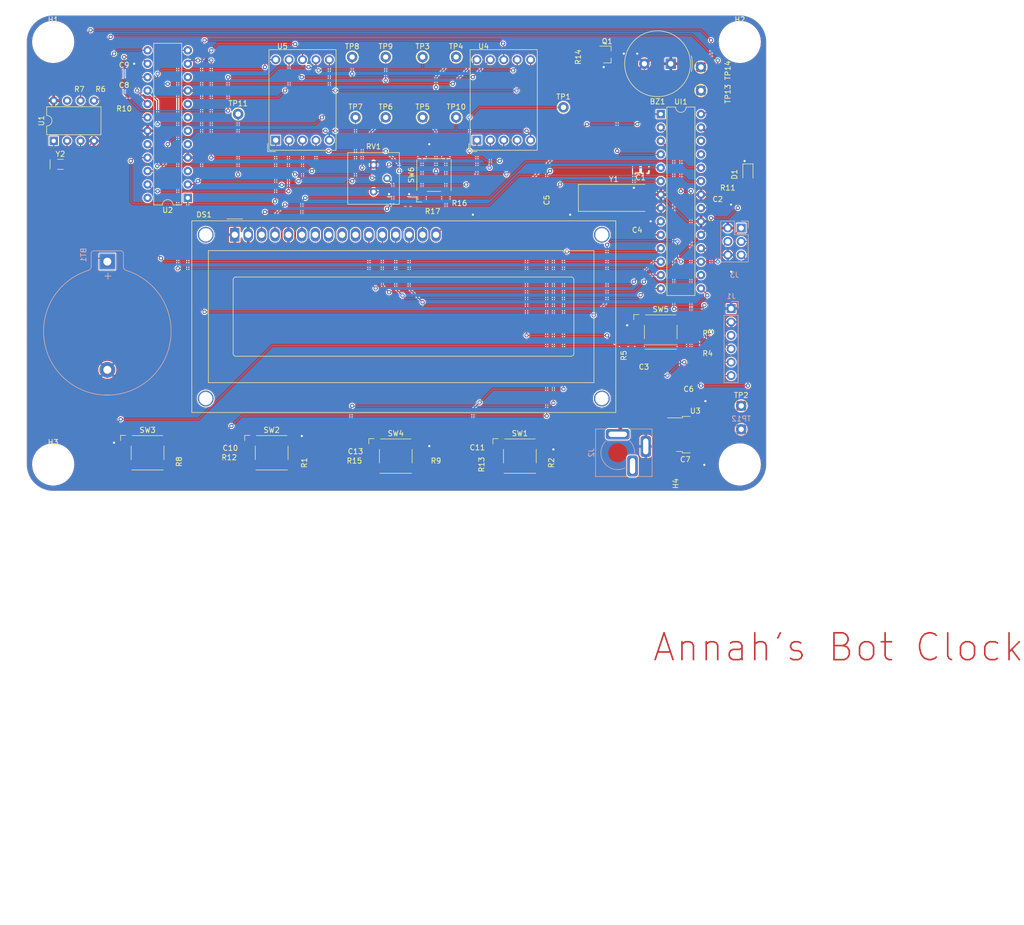
<source format=kicad_pcb>
(kicad_pcb (version 20211014) (generator pcbnew)
  (layers (0 "F.Cu" signal) (31 "B.Cu" signal) (34 "B.Paste" user) (35 "F.Paste" user) (36 "B.SilkS" user "B.Silkscreen") (37 "F.SilkS" user "F.Silkscreen") (38 "B.Mask" user) (39 "F.Mask" user) (44 "Edge.Cuts" user))
  (net 0 "")
  (net 1 "GND")
  (net 2 "/VBAT")
  (net 3 "MISO")
  (net 4 "VCC")
  (net 5 "/AREF")
  (net 6 "~{RESET}")
  (net 7 "Net-(C3-Pad2)")
  (net 8 "/Clk_Crystal1")
  (net 9 "/Clk_Crystal2")
  (net 10 "Net-(C6-Pad1)")
  (net 11 "LED_SCK")
  (net 12 "Net-(DS1-Pad16)")
  (net 13 "Net-(DS1-Pad15)")
  (net 14 "/LCD_Data7")
  (net 15 "/LCD_Data6")
  (net 16 "/LCD_Data5")
  (net 17 "/LCD_Data4")
  (net 22 "/LCD_Enable")
  (net 23 "/LCD_RS")
  (net 24 "Net-(DS1-Pad3)")
  (net 25 "Net-(J1-Pad5)")
  (net 26 "Net-(J1-Pad4)")
  (net 29 "/Down_SW")
  (net 30 "/Select_SW")
  (net 31 "TXD")
  (net 32 "RXD")
  (net 33 "MOSI")
  (net 34 "/RTC_SDA")
  (net 35 "Net-(R1-Pad1)")
  (net 36 "/RTC_SCL")
  (net 37 "Net-(R13-Pad2)")
  (net 38 "/Up_SW")
  (net 39 "Net-(R10-Pad2)")
  (net 40 "/RTC_XTAL1")
  (net 41 "/RTC_XTAL2")
  (net 43 "Net-(Q1-Pad1)")
  (net 44 "Net-(R15-Pad2)")
  (net 45 "/Dig1_Com")
  (net 46 "/Dig01_A")
  (net 48 "/Dig01_F")
  (net 49 "/Dig01_B")
  (net 51 "/Dig01_G")
  (net 55 "/Dig01_C")
  (net 56 "/Dig01_E")
  (net 58 "/Dig01_DP")
  (net 59 "/Dig0_Com")
  (net 60 "/Dig01_D")
  (net 61 "/Driver_Load")
  (net 65 "/Buzzer")
  (net 66 "Net-(D1-Pad2)")
  (footprint "footprints:C_0805_2012Metric" (layer "F.Cu") (at 205.315 127.38)
    (fp_text reference "C6")
    (fp_text value "C_0805_1uf")
  )
  (footprint "footprints:MountingHole_3.2mm_M3" (layer "F.Cu") (at 215 140)
    (fp_text reference "H4")
    (fp_text value "MountingHole")
  )
  (footprint "footprints:R_0805_2012Metric" (layer "F.Cu") (at 93.98 67.31 180)
    (fp_text reference "R6")
    (fp_text value "R_0805_4.7K")
  )
  (footprint "footprints:Potentiometer_Bourns_3386P_Vertical" (layer "F.Cu") (at 145.665 88.3825)
    (fp_text reference "RV1")
    (fp_text value "R_POT_10K")
  )
  (footprint "footprints:Crystal_SMD_2Pin_3.2x1.5mm" (layer "F.Cu") (at 86.36 83.185)
    (fp_text reference "Y2")
    (fp_text value "Crystal_32768Hz")
  )
  (footprint "footprints:TestPoint_THTPad_D2.0mm_Drill1.0mm" (layer "F.Cu") (at 147.955 62.865)
    (fp_text reference "TP9")
    (fp_text value "TestPoint")
  )
  (footprint "footprints:R_0805_2012Metric" (layer "F.Cu") (at 153.035 92.075 180)
    (fp_text reference "R17")
    (fp_text value "R_0805_47")
  )
  (footprint "footprints:TO-252-2" (layer "F.Cu") (at 206.585 134.365)
    (fp_text reference "U3")
    (fp_text value "L7805")
  )
  (footprint "footprints:R_0805_2012Metric" (layer "F.Cu") (at 186.055 62.865 90)
    (fp_text reference "R14")
    (fp_text value "R_0805_2.2K")
  )
  (footprint "footprints:Sx56-1xxxxx" (layer "F.Cu") (at 127.127 78.613)
    (fp_text reference "U5")
    (fp_text value "SC56-11EWA")
  )
  (footprint "footprints:TestPoint_THTPad_D2.0mm_Drill1.0mm" (layer "F.Cu") (at 142.24 74.295)
    (fp_text reference "TP7")
    (fp_text value "TestPoint")
  )
  (footprint "footprints:R_0805_2012Metric" (layer "F.Cu") (at 193.04 116.42 90)
    (fp_text reference "R5")
    (fp_text value "R_0805_10K")
  )
  (footprint "footprints:C_0805_2012Metric" (layer "F.Cu") (at 210.82 91.44)
    (fp_text reference "C2")
    (fp_text value "C_0805_0.1uf")
  )
  (footprint "footprints:R_0805_2012Metric" (layer "F.Cu") (at 98.425 74.295)
    (fp_text reference "R10")
    (fp_text value "R_0805_100K")
  )
  (footprint "footprints:C_0805_2012Metric" (layer "F.Cu") (at 118.54 135.255 180)
    (fp_text reference "C10")
    (fp_text value "C_0805_0.1uf")
  )
  (footprint "footprints:DIP-24_W7.62mm" (layer "F.Cu") (at 110.49 89.535 180)
    (fp_text reference "U2")
    (fp_text value "MAX7219")
  )
  (footprint "footprints:C_0805_2012Metric" (layer "F.Cu") (at 98.425 69.85)
    (fp_text reference "C8")
    (fp_text value "C_0805_0.1uf")
  )
  (footprint "footprints:SOT-23" (layer "F.Cu") (at 189.88 62.395)
    (fp_text reference "Q1")
    (fp_text value "NPN_2N3904_SOT23")
  )
  (footprint "footprints:C_0805_2012Metric" (layer "F.Cu") (at 204.68 140.715)
    (fp_text reference "C7")
    (fp_text value "C_0805_0.1uf")
  )
  (footprint "footprints:LED_0805_2012Metric" (layer "F.Cu") (at 216.535 84.7875 -90)
    (fp_text reference "D1")
    (fp_text value "LED_0805")
  )
  (footprint "footprints:TestPoint_THTPad_D2.0mm_Drill1.0mm" (layer "F.Cu") (at 154.94 74.295)
    (fp_text reference "TP5")
    (fp_text value "TestPoint")
  )
  (footprint "footprints:R_0805_2012Metric" (layer "F.Cu") (at 164.465 140.0175 -90)
    (fp_text reference "R13")
    (fp_text value "R_0805_1K")
  )
  (footprint "footprints:R_0805_2012Metric" (layer "F.Cu") (at 142.025 140.97)
    (fp_text reference "R15")
    (fp_text value "R_0805_1K")
  )
  (footprint "footprints:TestPoint_THTPad_D2.0mm_Drill1.0mm" (layer "F.Cu") (at 207.645 64.77 90)
    (fp_text reference "TP14")
    (fp_text value "TestPoint")
  )
  (footprint "footprints:R_0805_2012Metric" (layer "F.Cu") (at 118.325 140.335)
    (fp_text reference "R12")
    (fp_text value "R_0805_1K")
  )
  (footprint "footprints:SW_SPST_Omron_B3FS-100xP" (layer "F.Cu") (at 157.095 85.2075 90)
    (fp_text reference "SW6")
    (fp_text value "Omron_B3F_SPST")
  )
  (footprint "footprints:C_0805_2012Metric" (layer "F.Cu") (at 165.315 135.1525 180)
    (fp_text reference "C11")
    (fp_text value "C_0805_0.1uf")
  )
  (footprint "footprints:TestPoint_THTPad_D2.0mm_Drill1.0mm" (layer "F.Cu") (at 161.29 74.295)
    (fp_text reference "TP10")
    (fp_text value "TestPoint")
  )
  (footprint "footprints:DIP-8_W7.62mm" (layer "F.Cu") (at 85.1 78.74 90)
    (fp_text reference "U1")
    (fp_text value "DS1307_DIP-8")
  )
  (footprint "footprints:R_0805_2012Metric" (layer "F.Cu") (at 134.2 139.7 90)
    (fp_text reference "R1")
    (fp_text value "R_0805_10K")
  )
  (footprint "footprints:Crystal_SMD_HC49-SD" (layer "F.Cu") (at 191.135 89.535)
    (fp_text reference "Y1")
    (fp_text value "Crystal_16MHz")
  )
  (footprint "footprints:TestPoint_THTPad_D2.0mm_Drill1.0mm" (layer "F.Cu") (at 161.29 62.865)
    (fp_text reference "TP4")
    (fp_text value "TestPoint")
  )
  (footprint "footprints:Buzzer_TDK_PS1240P02BT_D12.2mm_H6.5mm" (layer "F.Cu") (at 201.93 64.135 180)
    (fp_text reference "BZ1")
    (fp_text value "Buzzer")
  )
  (footprint "footprints:R_0805_2012Metric" (layer "F.Cu") (at 110.49 139.485 90)
    (fp_text reference "R8")
    (fp_text value "R_0805_10K")
  )
  (footprint "footprints:R_0805_2012Metric" (layer "F.Cu") (at 157.48 140.97)
    (fp_text reference "R9")
    (fp_text value "R_0805_10K")
  )
  (footprint "footprints:MountingHole_3.2mm_M3" (layer "F.Cu") (at 215 60)
    (fp_text reference "H2")
    (fp_text value "MountingHole")
  )
  (footprint "footprints:SW_SPST_Omron_B3FS-100xP" (layer "F.Cu") (at 126.365 137.795)
    (fp_text reference "SW2")
    (fp_text value "Omron_B3F_SPST")
  )
  (footprint "footprints:MountingHole_3.2mm_M3" (layer "F.Cu") (at 85 140)
    (fp_text reference "H3")
    (fp_text value "MountingHole")
  )
  (footprint "footprints:TestPoint_THTPad_D2.0mm_Drill1.0mm" (layer "F.Cu") (at 181.61 72.39)
    (fp_text reference "TP1")
    (fp_text value "TestPoint")
  )
  (footprint "footprints:R_0805_2012Metric" (layer "F.Cu") (at 215.48 89.535)
    (fp_text reference "R11")
    (fp_text value "R_0805_2.2K")
  )
  (footprint "footprints:C_0805_2012Metric" (layer "F.Cu") (at 195.58 93.98 180)
    (fp_text reference "C4")
    (fp_text value "C_0805_22pf")
  )
  (footprint "footprints:R_0805_2012Metric" (layer "F.Cu") (at 161.925 92.1925)
    (fp_text reference "R16")
    (fp_text value "R_0805_47")
  )
  (footprint "footprints:C_0805_2012Metric" (layer "F.Cu") (at 182.88 89.955 -90)
    (fp_text reference "C5")
    (fp_text value "C_0805_22pf")
  )
  (footprint "footprints:R_0805_2012Metric" (layer "F.Cu") (at 208.915 120.65)
    (fp_text reference "R4")
    (fp_text value "R_0805_47")
  )
  (footprint "footprints:MountingHole_3.2mm_M3" (layer "F.Cu") (at 85 60)
    (fp_text reference "H1")
    (fp_text value "MountingHole")
  )
  (footprint "footprints:SW_SPST_Omron_B3FS-100xP" (layer "F.Cu") (at 173.355 138.43)
    (fp_text reference "SW1")
    (fp_text value "Omron_B3F_SPST")
  )
  (footprint "footprints:TestPoint_THTPad_D2.0mm_Drill1.0mm" (layer "F.Cu") (at 147.955 74.295)
    (fp_text reference "TP6")
    (fp_text value "TestPoint")
  )
  (footprint "footprints:TestPoint_THTPad_D2.0mm_Drill1.0mm" (layer "F.Cu") (at 215.265 128.905)
    (fp_text reference "TP2")
    (fp_text value "TestPoint")
  )
  (footprint "footprints:C_0805_2012Metric" (layer "F.Cu") (at 142.24 135.89 180)
    (fp_text reference "C13")
    (fp_text value "C_0805_0.1uf")
  )
  (footprint "footprints:R_0805_2012Metric" (layer "F.Cu") (at 180.975 139.7 90)
    (fp_text reference "R2")
    (fp_text value "R_0805_10K")
  )
  (footprint "footprints:TestPoint_THTPad_D2.0mm_Drill1.0mm" (layer "F.Cu") (at 154.94 62.865)
    (fp_text reference "TP3")
    (fp_text value "TestPoint")
  )
  (footprint "footprints:C_0805_2012Metric" (layer "F.Cu") (at 196.85 123.19)
    (fp_text reference "C3")
    (fp_text value "C_0805_0.1uf")
  )
  (footprint "footprints:TestPoint_THTPad_D2.0mm_Drill1.0mm" (layer "F.Cu") (at 207.645 69.215 90)
    (fp_text reference "TP13")
    (fp_text value "TestPoint")
  )
  (footprint "footprints:SW_SPST_Omron_B3FS-100xP" (layer "F.Cu") (at 102.87 137.795)
    (fp_text reference "SW3")
    (fp_text value "Omron_B3F_SPST")
  )
  (footprint "footprints:SW_SPST_Omron_B3FS-100xP" (layer "F.Cu") (at 149.86 138.43)
    (fp_text reference "SW4")
    (fp_text value "Omron_B3F_SPST")
  )
  (footprint "footprints:TestPoint_THTPad_D2.0mm_Drill1.0mm" (layer "F.Cu") (at 120.015 73.66)
    (fp_text reference "TP11")
    (fp_text value "TestPoint")
  )
  (footprint "footprints:TestPoint_THTPad_D2.0mm_Drill1.0mm" (layer "F.Cu") (at 141.605 62.865)
    (fp_text reference "TP8")
    (fp_text value "TestPoint")
  )
  (footprint "footprints:Sx56-1xxxxx" (layer "F.Cu") (at 165.227 78.613)
    (fp_text reference "U4")
    (fp_text value "SC56-11EWA")
  )
  (footprint "footprints:C_0805_2012Metric" (layer "F.Cu") (at 196.215 84.035 180)
    (fp_text reference "C1")
    (fp_text value "C_0805_0.1uf")
  )
  (footprint "footprints:R_0805_2012Metric" (layer "F.Cu") (at 208.915 116.84)
    (fp_text reference "R3")
    (fp_text value "R_0805_47")
  )
  (footprint "footprints:DIP-28_W7.62mm" (layer "F.Cu") (at 200.035 73.67)
    (fp_text reference "UI1")
    (fp_text value "ATmega328-PU")
  )
  (footprint "footprints:C_0805_2012Metric" (layer "F.Cu") (at 98.425 66.04)
    (fp_text reference "C9")
    (fp_text value "C_0805_10uf")
  )
  (footprint "footprints:SW_SPST_Omron_B3FS-100xP" (layer "F.Cu") (at 200.025 114.935)
    (fp_text reference "SW5")
    (fp_text value "Omron_B3F_SPST")
  )
  (footprint "footprints:TC1602A-01T" (layer "F.Cu") (at 119.38 96.52)
    (fp_text reference "DS1")
    (fp_text value "TC1602A-01T")
  )
  (footprint "footprints:R_0805_2012Metric" (layer "F.Cu") (at 89.955 67.31 180)
    (fp_text reference "R7")
    (fp_text value "R_0805_4.7K")
  )
  (footprint "footprints:Wurth-694106402002" (layer "B.Cu") (at 191.89 137.795 -90)
    (fp_text reference "J2")
    (fp_text value "Power_inlet_vertical" hide)
  )
  (footprint "footprints:PinHeader_1x06_P2.54mm_Vertical" (layer "B.Cu") (at 213.36 110.49 180)
    (fp_text reference "J1")
    (fp_text value "Conn_01x06")
  )
  (footprint "footprints:PinHeader_2x03_P2.54mm_Vertical" (layer "B.Cu") (at 215.265 95.25 180)
    (fp_text reference "J3")
    (fp_text value "Conn_02x03_Odd_Even")
  )
  (footprint "footprints:TestPoint_THTPad_D2.0mm_Drill1.0mm" (layer "B.Cu") (at 215.265 133.35 180)
    (fp_text reference "TP12")
    (fp_text value "TestPoint")
  )
  (footprint "footprints:BatteryHolder_Keystone_106_1x20mm" (layer "B.Cu") (at 95.25 101.6 -90)
    (fp_text reference "BT1")
    (fp_text value "Battery_Cell")
  )
  (gr_line locked (start 220 60) (end 220 140) (layer "Edge.Cuts") (width 0.05))
  (gr_line locked (start 80 60) (end 80 140) (layer "Edge.Cuts") (width 0.05))
  (gr_arc locked (start 80 60) (mid 81.464466 56.464466) (end 85 55) (layer "Edge.Cuts") (width 0.05))
  (gr_arc locked (start 85 145) (mid 81.464466 143.535534) (end 80 140) (layer "Edge.Cuts") (width 0.05))
  (gr_arc locked (start 220 140) (mid 218.535534 143.535534) (end 215 145) (layer "Edge.Cuts") (width 0.05))
  (gr_line locked (start 215 55) (end 85 55) (layer "Edge.Cuts") (width 0.05))
  (gr_arc locked (start 215 55) (mid 218.535534 56.464466) (end 220 60) (layer "Edge.Cuts") (width 0.05))
  (gr_line locked (start 215 145) (end 85 145) (layer "Edge.Cuts") (width 0.05))
  (gr_text "Annah's Bot Clock" (at 233.68 174.625) (layer "F.Cu") (effects (font (size 5.08 5.08) (thickness 0.3))))
  (gr_text "Annah's Bot Clock\n" (at 84.455 95.885 90) (layer "F.Cu") (effects (font (size 1.5 1.5) (thickness 0.3))))
  (segment (start 208.685 134.365) (end 208.685 128.21) (width 0.508) (layer "F.Cu") (net 1))
  (segment (start 197.485 62.23) (end 198.12 62.865) (width 0.2032) (layer "F.Cu") (net 1))
  (segment (start 188.88 63.345) (end 188.88 64.42) (width 0.2032) (layer "F.Cu") (net 1))
  (segment (start 196.025 112.685) (end 194.655 112.685) (width 0.2032) (layer "F.Cu") (net 1))
  (segment (start 211.67 91.44) (end 212.725 91.44) (width 0.2032) (layer "F.Cu") (net 1))
  (segment (start 154.845 89.2075) (end 154.845 81.2075) (width 0.2032) (layer "F.Cu") (net 1))
  (segment (start 91.44 97.79) (end 91.44 80.02) (width 0.2032) (layer "F.Cu") (net 1))
  (segment (start 207.855 127.38) (end 208.49 128.015) (width 0.508) (layer "F.Cu") (net 1))
  (segment (start 154.845 89.2075) (end 152.78 89.2075) (width 0.2032) (layer "F.Cu") (net 1))
  (segment (start 97.054311 99.795689) (end 96.318622 99.06) (width 0.2032) (layer "F.Cu") (net 1))
  (segment (start 208.685 134.365) (end 208.685 139.67) (width 0.508) (layer "F.Cu") (net 1))
  (segment (start 188.88 64.42) (end 189.23 64.77) (width 0.2032) (layer "F.Cu") (net 1))
  (segment (start 198.12 62.865) (end 198.12 63.5) (width 0.2032) (layer "F.Cu") (net 1))
  (segment (start 154.845 80.74) (end 156.21 79.375) (width 0.2032) (layer "F.Cu") (net 1))
  (segment (start 197.485 64.135) (end 196.93 64.135) (width 0.2032) (layer "F.Cu") (net 1))
  (segment (start 98.87 135.545) (end 96.865 135.545) (width 0.2032) (layer "F.Cu") (net 1))
  (segment (start 92.71 99.06) (end 91.44 97.79) (width 0.2032) (layer "F.Cu") (net 1))
  (segment (start 96.318622 99.06) (end 92.71 99.06) (width 0.2032) (layer "F.Cu") (net 1))
  (segment (start 91.44 80.02) (end 92.72 78.74) (width 0.2032) (layer "F.Cu") (net 1))
  (segment (start 212.725 91.44) (end 213.36 90.805) (width 0.2032) (layer "F.Cu") (net 1))
  (segment (start 155.575 135.89) (end 156.21 136.525) (width 0.2032) (layer "F.Cu") (net 1))
  (segment (start 148.145 88.3825) (end 148.59 88.8275) (width 0.2032) (layer "F.Cu") (net 1))
  (segment (start 99.275 65.19) (end 100.33 64.135) (width 0.2032) (layer "F.Cu") (net 1))
  (segment (start 152.78 89.2075) (end 152.4 88.8275) (width 0.2032) (layer "F.Cu") (net 1))
  (segment (start 195.58 62.23) (end 197.485 62.23) (width 0.2032) (layer "F.Cu") (net 1))
  (segment (start 206.165 127.38) (end 207.855 127.38) (width 0.508) (layer "F.Cu") (net 1))
  (segment (start 162.775 92.1925) (end 163.9475 92.1925) (width 0.2032) (layer "F.Cu") (net 1))
  (segment (start 193.04 62.23) (end 192.875 62.395) (width 0.2032) (layer "F.Cu") (net 1))
  (segment (start 182.88 90.805) (end 182.88 92.71) (width 0.25) (layer "F.Cu") (net 1))
  (segment (start 198.12 63.5) (end 197.485 64.135) (width 0.2032) (layer "F.Cu") (net 1))
  (segment (start 143.09 135.89) (end 155.575 135.89) (width 0.2032) (layer "F.Cu") (net 1))
  (segment (start 145.665 88.3825) (end 148.145 88.3825) (width 0.2032) (layer "F.Cu") (net 1))
  (segment (start 192.875 62.395) (end 190.88 62.395) (width 0.2032) (layer "F.Cu") (net 1))
  (segment (start 194.945 87.63) (end 194.945 83.82) (width 0.25) (layer "F.Cu") (net 1))
  (segment (start 163.9475 92.1925) (end 164.465 92.71) (width 0.2032) (layer "F.Cu") (net 1))
  (segment (start 106.87 135.545) (end 98.87 135.545) (width 0.2032) (layer "F.Cu") (net 1))
  (segment (start 99.275 69.85) (end 99.275 65.19) (width 0.2032) (layer "F.Cu") (net 1))
  (segment (start 212.725 100.33) (end 212.725 102.87) (width 0.25) (layer "F.Cu") (net 1))
  (segment (start 154.845 81.2075) (end 154.845 80.74) (width 0.2032) (layer "F.Cu") (net 1))
  (segment (start 131.445 135.255) (end 132.08 134.62) (width 0.2032) (layer "F.Cu") (net 1))
  (segment (start 216.535 83.185) (end 215.9 82.55) (width 0.2032) (layer "F.Cu") (net 1))
  (segment (start 195.15 83.82) (end 195.365 84.035) (width 0.25) (layer "F.Cu") (net 1))
  (segment (start 208.685 128.21) (end 208.49 128.015) (width 0.508) (layer "F.Cu") (net 1))
  (segment (start 212.725 102.87) (end 213.36 103.505) (width 0.25) (layer "F.Cu") (net 1))
  (segment (start 196.43 93.98) (end 198.12 93.98) (width 0.25) (layer "F.Cu") (net 1))
  (segment (start 208.685 139.67) (end 208.275 140.08) (width 0.508) (layer "F.Cu") (net 1))
  (segment (start 194.655 112.685) (end 193.675 113.665) (width 0.2032) (layer "F.Cu") (net 1))
  (segment (start 167.5375 136.525) (end 179.07 136.525) (width 0.2032) (layer "F.Cu") (net 1))
  (segment (start 204.025 112.685) (end 196.025 112.685) (width 0.2032) (layer "F.Cu") (net 1))
  (segment (start 95.25 122.09) (end 97.054311 120.285689) (width 0.2032) (layer "F.Cu") (net 1))
  (segment (start 97.054311 120.285689) (end 97.054311 99.795689) (width 0.2032) (layer "F.Cu") (net 1))
  (segment (start 194.945 83.82) (end 195.15 83.82) (width 0.25) (layer "F.Cu") (net 1))
  (segment (start 207.64 140.715) (end 208.275 140.08) (width 0.508) (layer "F.Cu") (net 1))
  (segment (start 179.07 136.525) (end 179.705 137.16) (width 0.2032) (layer "F.Cu") (net 1))
  (segment (start 119.39 135.255) (end 131.445 135.255) (width 0.2032) (layer "F.Cu") (net 1))
  (segment (start 216.535 83.85) (end 216.535 83.185) (width 0.2032) (layer "F.Cu") (net 1))
  (segment (start 96.865 135.545) (end 96.52 135.89) (width 0.2032) (layer "F.Cu") (net 1))
  (segment (start 166.165 135.1525) (end 167.5375 136.525) (width 0.2032) (layer "F.Cu") (net 1))
  (segment (start 205.53 140.715) (end 207.64 140.715) (width 0.508) (layer "F.Cu") (net 1))
  (via (at 189.23 64.77) (size 0.8128) (drill 0.4064) (layers "F.Cu" "B.Cu") (net 1))
  (via (at 213.36 103.505) (size 0.8) (drill 0.4) (layers "F.Cu" "B.Cu") (net 1))
  (via (at 193.675 113.665) (size 0.8128) (drill 0.4064) (layers "F.Cu" "B.Cu") (net 1))
  (via (at 208.49 128.015) (size 0.8128) (drill 0.4064) (layers "F.Cu" "B.Cu") (net 1))
  (via (at 148.59 88.8275) (size 0.8128) (drill 0.4064) (layers "F.Cu" "B.Cu") (net 1))
  (via (at 100.33 64.135) (size 0.8128) (drill 0.4064) (layers "F.Cu" "B.Cu") (net 1))
  (via (at 156.21 136.525) (size 0.8128) (drill 0.4064) (layers "F.Cu" "B.Cu") (net 1))
  (via (at 152.4 88.8275) (size 0.8128) (drill 0.4064) (layers "F.Cu" "B.Cu") (net 1))
  (via (at 193.04 62.23) (size 0.8128) (drill 0.4064) (layers "F.Cu" "B.Cu") (net 1))
  (via (at 195.58 62.23) (size 0.8128) (drill 0.4064) (layers "F.Cu" "B.Cu") (net 1))
  (via (at 198.12 93.98) (size 0.8) (drill 0.4) (layers "F.Cu" "B.Cu") (net 1))
  (via (at 194.945 87.63) (size 0.8) (drill 0.4) (layers "F.Cu" "B.Cu") (net 1))
  (via (at 213.36 90.805) (size 0.8128) (drill 0.4064) (layers "F.Cu" "B.Cu") (net 1))
  (via (at 132.08 134.62) (size 0.8128) (drill 0.4064) (layers "F.Cu" "B.Cu") (net 1))
  (via (at 215.9 82.55) (size 0.8128) (drill 0.4064) (layers "F.Cu" "B.Cu") (net 1))
  (via (at 182.88 92.71) (size 0.8) (drill 0.4) (layers "F.Cu" "B.Cu") (net 1))
  (via (at 96.52 135.89) (size 0.8128) (drill 0.4064) (layers "F.Cu" "B.Cu") (net 1))
  (via (at 208.275 140.08) (size 0.8128) (drill 0.4064) (layers "F.Cu" "B.Cu") (net 1))
  (via (at 164.465 92.71) (size 0.8128) (drill 0.4064) (layers "F.Cu" "B.Cu") (net 1))
  (via (at 156.21 79.375) (size 0.8128) (drill 0.4064) (layers "F.Cu" "B.Cu") (net 1))
  (via (at 179.705 137.16) (size 0.8128) (drill 0.4064) (layers "F.Cu" "B.Cu") (net 1))
  (segment (start 149.1525 88.265) (end 148.59 88.8275) (width 0.2032) (layer "B.Cu") (net 1))
  (segment (start 200.035 91.45) (end 198.765 91.45) (width 0.25) (layer "B.Cu") (net 1))
  (segment (start 198.765 91.45) (end 194.945 87.63) (width 0.25) (layer "B.Cu") (net 1))
  (segment (start 198.12 69.85) (end 207.01 69.85) (width 0.2032) (layer "B.Cu") (net 1))
  (segment (start 196.93 64.135) (end 196.93 68.66) (width 0.2032) (layer "B.Cu") (net 1))
  (segment (start 151.8375 88.265) (end 149.1525 88.265) (width 0.2032) (layer "B.Cu") (net 1))
  (segment (start 152.4 88.8275) (end 151.8375 88.265) (width 0.2032) (layer "B.Cu") (net 1))
  (segment (start 207.01 69.85) (end 207.645 69.215) (width 0.2032) (layer "B.Cu") (net 1))
  (segment (start 196.93 68.66) (end 198.12 69.85) (width 0.2032) (layer "B.Cu") (net 1))
  (segment (start 193.04 62.23) (end 195.58 62.23) (width 0.2032) (layer "B.Cu") (net 1))
  (segment (start 94.615 100.965) (end 92.075 100.965) (width 0.2032) (layer "F.Cu") (net 2))
  (segment (start 95.25 101.6) (end 94.615 100.965) (width 0.2032) (layer "F.Cu") (net 2))
  (segment (start 92.075 100.965) (end 90.18 99.07) (width 0.2032) (layer "F.Cu") (net 2))
  (segment (start 90.18 99.07) (end 90.18 78.74) (width 0.2032) (layer "F.Cu") (net 2))
  (segment (start 94.615 134.620001) (end 97.790001 131.445) (width 0.2032) (layer "F.Cu") (net 3))
  (segment (start 207.655 99.07) (end 208.915 99.07) (width 0.2032) (layer "F.Cu") (net 3))
  (segment (start 208.915 99.06) (end 211.573889 96.401111) (width 0.2032) (layer "F.Cu") (net 3))
  (segment (start 209.55 100.965) (end 207.655 99.07) (width 0.2032) (layer "F.Cu") (net 3))
  (segment (start 110.49 140.335) (end 95.885 140.335) (width 0.2032) (layer "F.Cu") (net 3))
  (segment (start 214.113889 96.401111) (end 215.265 95.25) (width 0.2032) (layer "F.Cu") (net 3))
  (segment (start 94.615 139.065) (end 94.615 134.620001) (width 0.2032) (layer "F.Cu") (net 3))
  (segment (start 209.55 114.935) (end 209.55 100.965) (width 0.2032) (layer "F.Cu") (net 3))
  (segment (start 211.573889 96.401111) (end 214.113889 96.401111) (width 0.2032) (layer "F.Cu") (net 3))
  (segment (start 208.915 99.07) (end 208.915 99.06) (width 0.2032) (layer "F.Cu") (net 3))
  (segment (start 95.885 140.335) (end 94.615 139.065) (width 0.2032) (layer "F.Cu") (net 3))
  (via (at 97.790001 131.445) (size 0.8128) (drill 0.4064) (layers "F.Cu" "B.Cu") (net 3))
  (via (at 209.55 114.935) (size 0.8128) (drill 0.4064) (layers "F.Cu" "B.Cu") (net 3))
  (segment (start 209.55 114.935) (end 207.01 117.475) (width 0.2032) (layer "B.Cu") (net 3))
  (segment (start 126.473757 117.475) (end 112.503757 131.445) (width 0.2032) (layer "B.Cu") (net 3))
  (segment (start 112.503757 131.445) (end 97.790001 131.445) (width 0.2032) (layer "B.Cu") (net 3))
  (segment (start 207.01 117.475) (end 126.473757 117.475) (width 0.2032) (layer "B.Cu") (net 3))
  (segment (start 201.93 87.015) (end 201.93 83.185) (width 0.2032) (layer "F.Cu") (net 4))
  (segment (start 201.473889 82.728889) (end 196.671111 82.728889) (width 0.2032) (layer "F.Cu") (net 4))
  (segment (start 97.575 75.985) (end 98.425 76.835) (width 0.2032) (layer "F.Cu") (net 4))
  (segment (start 207.01 64.135) (end 207.645 64.77) (width 0.2032) (layer "F.Cu") (net 4))
  (segment (start 201.93 64.135) (end 207.01 64.135) (width 0.2032) (layer "F.Cu") (net 4))
  (segment (start 201.93 83.185) (end 201.473889 82.728889) (width 0.2032) (layer "F.Cu") (net 4))
  (segment (start 197.065 84.035) (end 197.065 85.94) (width 0.25) (layer "F.Cu") (net 4))
  (segment (start 197.065 85.94) (end 200.035 88.91) (width 0.25) (layer "F.Cu") (net 4))
  (segment (start 97.575 74.295) (end 97.575 66.04) (width 0.2032) (layer "F.Cu") (net 4))
  (segment (start 200.035 88.91) (end 201.93 87.015) (width 0.2032) (layer "F.Cu") (net 4))
  (segment (start 97.575 74.295) (end 97.575 75.985) (width 0.2032) (layer "F.Cu") (net 4))
  (segment (start 196.671111 82.728889) (end 196.215 83.185) (width 0.2032) (layer "F.Cu") (net 4))
  (segment (start 98.425 76.835) (end 102.87 76.835) (width 0.2032) (layer "F.Cu") (net 4))
  (segment (start 205.115 93.99) (end 200.035 88.91) (width 0.25) (layer "B.Cu") (net 4))
  (segment (start 207.655 93.99) (end 205.115 93.99) (width 0.25) (layer "B.Cu") (net 4))
  (segment (start 209.97 91.44) (end 207.665 91.44) (width 0.2032) (layer "F.Cu") (net 5))
  (segment (start 207.665 91.44) (end 207.655 91.45) (width 0.2032) (layer "F.Cu") (net 5))
  (segment (start 216.535 101.6) (end 216.535 106.68) (width 0.25) (layer "F.Cu") (net 6))
  (segment (start 195.58 75.565) (end 197.475 73.67) (width 0.25) (layer "F.Cu") (net 6))
  (segment (start 196.025 117.92) (end 196.025 123.165) (width 0.2032) (layer "F.Cu") (net 6))
  (segment (start 174.625 86.995) (end 186.055 75.565) (width 0.25) (layer "F.Cu") (net 6))
  (segment (start 193.04 117.27) (end 191.565 117.27) (width 0.25) (layer "F.Cu") (net 6))
  (segment (start 203.759299 117.450701) (end 203.759299 121.209299) (width 0.2032) (layer "F.Cu") (net 6))
  (segment (start 196.76 117.185) (end 196.025 117.92) (width 0.2032) (layer "F.Cu") (net 6))
  (segment (start 203.759299 121.209299) (end 207.645 125.095) (width 0.2032) (layer "F.Cu") (net 6))
  (segment (start 191.565 117.27) (end 189.865 115.57) (width 0.25) (layer "F.Cu") (net 6))
  (segment (start 204.025 117.185) (end 196.76 117.185) (width 0.2032) (layer "F.Cu") (net 6))
  (segment (start 196.025 123.165) (end 196 123.19) (width 0.2032) (layer "F.Cu") (net 6))
  (segment (start 215.265 100.33) (end 216.535 101.6) (width 0.25) (layer "F.Cu") (net 6))
  (segment (start 195.94 117.27) (end 196.025 117.185) (width 0.25) (layer "F.Cu") (net 6))
  (segment (start 204.025 117.185) (end 203.759299 117.450701) (width 0.2032) (layer "F.Cu") (net 6))
  (segment (start 174.625 115.57) (end 174.625 86.995) (width 0.25) (layer "F.Cu") (net 6))
  (segment (start 197.475 73.67) (end 200.035 73.67) (width 0.25) (layer "F.Cu") (net 6))
  (segment (start 216.535 125.095) (end 216.535 106.68) (width 0.2032) (layer "F.Cu") (net 6))
  (segment (start 193.04 117.27) (end 195.94 117.27) (width 0.25) (layer "F.Cu") (net 6))
  (via (at 195.58 75.565) (size 0.8) (drill 0.4) (layers "F.Cu" "B.Cu") (net 6))
  (via (at 186.055 75.565) (size 0.8) (drill 0.4) (layers "F.Cu" "B.Cu") (net 6))
  (via (at 216.535 125.095) (size 0.8128) (drill 0.4064) (layers "F.Cu" "B.Cu") (net 6))
  (via (at 189.865 115.57) (size 0.8) (drill 0.4) (layers "F.Cu" "B.Cu") (net 6))
  (via (at 174.625 115.57) (size 0.8) (drill 0.4) (layers "F.Cu" "B.Cu") (net 6))
  (via (at 207.645 125.095) (size 0.8128) (drill 0.4064) (layers "F.Cu" "B.Cu") (net 6))
  (segment (start 186.055 75.565) (end 195.58 75.565) (width 0.25) (layer "B.Cu") (net 6))
  (segment (start 189.865 115.57) (end 174.625 115.57) (width 0.25) (layer "B.Cu") (net 6))
  (segment (start 207.645 125.095) (end 216.535 125.095) (width 0.2032) (layer "B.Cu") (net 6))
  (segment (start 204.47 120.65) (end 207.01 123.19) (width 0.2032) (layer "F.Cu") (net 7))
  (segment (start 197.7 123.19) (end 201.295 123.19) (width 0.2032) (layer "F.Cu") (net 7))
  (segment (start 207.01 123.19) (end 213.36 123.19) (width 0.2032) (layer "F.Cu") (net 7))
  (via (at 204.47 120.65) (size 0.8128) (drill 0.4064) (layers "F.Cu" "B.Cu") (net 7))
  (via (at 201.295 123.19) (size 0.8128) (drill 0.4064) (layers "F.Cu" "B.Cu") (net 7))
  (segment (start 201.295 123.19) (end 203.835 120.65) (width 0.2032) (layer "B.Cu") (net 7))
  (segment (start 203.835 120.65) (end 204.47 120.65) (width 0.2032) (layer "B.Cu") (net 7))
  (segment (start 195.629511 95.004511) (end 199.020489 95.004511) (width 0.25) (layer "F.Cu") (net 8))
  (segment (start 194.73 94.105) (end 195.629511 95.004511) (width 0.25) (layer "F.Cu") (net 8))
  (segment (start 195.385 93.325) (end 194.73 93.98) (width 0.25) (layer "F.Cu") (net 8))
  (segment (start 199.020489 95.004511) (end 200.035 93.99) (width 0.25) (layer "F.Cu") (net 8))
  (segment (start 194.73 93.98) (end 194.73 94.105) (width 0.25) (layer "F.Cu") (net 8))
  (segment (start 195.385 89.535) (end 195.385 93.325) (width 0.25) (layer "F.Cu") (net 8))
  (segment (start 186.885 91) (end 192.415 96.53) (width 0.25) (layer "F.Cu") (net 9))
  (segment (start 186.455 89.105) (end 186.885 89.535) (width 0.25) (layer "F.Cu") (net 9))
  (segment (start 182.88 89.105) (end 186.455 89.105) (width 0.25) (layer "F.Cu") (net 9))
  (segment (start 186.885 89.535) (end 186.885 91) (width 0.25) (layer "F.Cu") (net 9))
  (segment (start 192.415 96.53) (end 200.035 96.53) (width 0.25) (layer "F.Cu") (net 9))
  (segment (start 202.82 127.38) (end 202.385 127.815) (width 0.508) (layer "F.Cu") (net 10))
  (segment (start 202.385 132.085) (end 193.465 132.085) (width 0.508) (layer "F.Cu") (net 10))
  (segment (start 204.465 127.38) (end 202.82 127.38) (width 0.508) (layer "F.Cu") (net 10))
  (segment (start 193.465 132.085) (end 192.285 133.265) (width 0.508) (layer "F.Cu") (net 10))
  (segment (start 192.285 133.265) (end 192.285 134.295) (width 0.508) (layer "F.Cu") (net 10))
  (segment (start 202.385 127.815) (end 202.385 132.085) (width 0.508) (layer "F.Cu") (net 10))
  (segment (start 216.535 97.79) (end 215.265 97.79) (width 0.2032) (layer "F.Cu") (net 11))
  (segment (start 207.655 96.53) (end 209.55 94.635) (width 0.2032) (layer "F.Cu") (net 11))
  (segment (start 95.885 91.44) (end 95.885 62.865) (width 0.2032) (layer "F.Cu") (net 11))
  (segment (start 214.63 89.535) (end 214.63 91.44) (width 0.2032) (layer "F.Cu") (net 11))
  (segment (start 209.55 94.635) (end 209.55 93.345) (width 0.2032) (layer "F.Cu") (net 11))
  (segment (start 214.63 89.66) (end 217.17 92.2) (width 0.2032) (layer "F.Cu") (net 11))
  (segment (start 217.17 92.2) (end 217.17 97.155) (width 0.2032) (layer "F.Cu") (net 11))
  (segment (start 217.17 97.155) (end 216.535 97.79) (width 0.2032) (layer "F.Cu") (net 11))
  (segment (start 105.41 100.965) (end 95.885 91.44) (width 0.2032) (layer "F.Cu") (net 11))
  (segment (start 214.63 89.535) (end 214.63 89.66) (width 0.2032) (layer "F.Cu") (net 11))
  (segment (start 95.885 62.865) (end 96.52 62.23) (width 0.2032) (layer "F.Cu") (net 11))
  (via (at 214.63 91.44) (size 0.8128) (drill 0.4064) (layers "F.Cu" "B.Cu") (net 11))
  (via (at 209.55 93.345) (size 0.8128) (drill 0.4064) (layers "F.Cu" "B.Cu") (net 11))
  (via (at 105.41 100.965) (size 0.8128) (drill 0.4064) (layers "F.Cu" "B.Cu") (net 11))
  (via (at 96.52 62.23) (size 0.8128) (drill 0.4064) (layers "F.Cu" "B.Cu") (net 11))
  (segment (start 214.63 91.44) (end 212.725 93.345) (width 0.2032) (layer "B.Cu") (net 11))
  (segment (start 102.87 61.595) (end 97.155 61.595) (width 0.2032) (layer "B.Cu") (net 11))
  (segment (start 201.473889 102.711111) (end 207.655 96.53) (width 0.2032) (layer "B.Cu") (net 11))
  (segment (start 97.155 61.595) (end 96.52 62.23) (width 0.2032) (layer "B.Cu") (net 11))
  (segment (start 105.41 100.965) (end 106.045 101.6) (width 0.2032) (layer "B.Cu") (net 11))
  (segment (start 199.578904 102.711111) (end 201.473889 102.711111) (width 0.2032) (layer "B.Cu") (net 11))
  (segment (start 212.725 93.345) (end 209.55 93.345) (width 0.2032) (layer "B.Cu") (net 11))
  (segment (start 198.467793 101.6) (end 199.578904 102.711111) (width 0.2032) (layer "B.Cu") (net 11))
  (segment (start 106.045 101.6) (end 198.467793 101.6) (width 0.2032) (layer "B.Cu") (net 11))
  (segment (start 161.075 92.1925) (end 159.5025 92.1925) (width 0.2032) (layer "F.Cu") (net 12))
  (segment (start 159.385 94.615) (end 157.48 96.52) (width 0.2032) (layer "F.Cu") (net 12))
  (segment (start 159.345 89.2075) (end 159.345 81.2075) (width 0.2032) (layer "F.Cu") (net 12))
  (segment (start 159.385 89.2475) (end 159.385 92.075) (width 0.2032) (layer "F.Cu") (net 12))
  (segment (start 159.385 92.075) (end 159.385 94.615) (width 0.2032) (layer "F.Cu") (net 12))
  (segment (start 159.345 89.2075) (end 159.385 89.2475) (width 0.2032) (layer "F.Cu") (net 12))
  (segment (start 159.5025 92.1925) (end 159.385 92.075) (width 0.2032) (layer "F.Cu") (net 12))
  (segment (start 154.94 93.13) (end 153.885 92.075) (width 0.2032) (layer "F.Cu") (net 13))
  (segment (start 154.94 96.52) (end 154.94 93.13) (width 0.2032) (layer "F.Cu") (net 13))
  (segment (start 207.655 106.69) (end 208.8393 107.8743) (width 0.2032) (layer "F.Cu") (net 14))
  (segment (start 208.8393 107.8743) (end 208.8393 107.98175) (width 0.2032) (layer "F.Cu") (net 14))
  (segment (start 152.4 96.52) (end 152.4 106.7525) (width 0.2032) (layer "F.Cu") (net 14))
  (segment (start 152.4 106.7525) (end 154.94 109.2925) (width 0.2032) (layer "F.Cu") (net 14))
  (via (at 154.94 109.2925) (size 0.8128) (drill 0.4064) (layers "F.Cu" "B.Cu") (net 14))
  (via (at 208.8393 107.98175) (size 0.8128) (drill 0.4064) (layers "F.Cu" "B.Cu") (net 14))
  (segment (start 155.5025 109.855) (end 154.94 109.2925) (width 0.2032) (layer "B.Cu") (net 14))
  (segment (start 208.8393 107.98175) (end 206.96605 109.855) (width 0.2032) (layer "B.Cu") (net 14))
  (segment (start 206.96605 109.855) (end 155.5025 109.855) (width 0.2032) (layer "B.Cu") (net 14))
  (segment (start 197.475 106.69) (end 200.035 106.69) (width 0.2032) (layer "F.Cu") (net 15))
  (segment (start 149.86 96.52) (end 149.86 106.7557) (width 0.2032) (layer "F.Cu") (net 15))
  (segment (start 149.86 106.7557) (end 151.13 108.0257) (width 0.2032) (layer "F.Cu") (net 15))
  (segment (start 196.215 107.95) (end 197.475 106.69) (width 0.2032) (layer "F.Cu") (net 15))
  (via (at 151.13 108.0257) (size 0.8128) (drill 0.4064) (layers "F.Cu" "B.Cu") (net 15))
  (via (at 196.215 107.95) (size 0.8128) (drill 0.4064) (layers "F.Cu" "B.Cu") (net 15))
  (segment (start 151.6893 108.585) (end 151.13 108.0257) (width 0.2032) (layer "B.Cu") (net 15))
  (segment (start 195.58 108.585) (end 151.6893 108.585) (width 0.2032) (layer "B.Cu") (net 15))
  (segment (start 196.215 107.95) (end 195.58 108.585) (width 0.2032) (layer "B.Cu") (net 15))
  (segment (start 147.32 106.1207) (end 148.59 107.3907) (width 0.2032) (layer "F.Cu") (net 16))
  (segment (start 198.11 104.15) (end 200.035 104.15) (width 0.2032) (layer "F.Cu") (net 16))
  (segment (start 196.85 105.41) (end 198.11 104.15) (width 0.2032) (layer "F.Cu") (net 16))
  (segment (start 147.32 96.52) (end 147.32 106.1207) (width 0.2032) (layer "F.Cu") (net 16))
  (via (at 148.59 107.3907) (size 0.8128) (drill 0.4064) (layers "F.Cu" "B.Cu") (net 16))
  (via (at 196.85 105.41) (size 0.8128) (drill 0.4064) (layers "F.Cu" "B.Cu") (net 16))
  (segment (start 148.6657 107.315) (end 148.59 107.3907) (width 0.2032) (layer "B.Cu") (net 16))
  (segment (start 194.945 107.315) (end 148.6657 107.315) (width 0.2032) (layer "B.Cu") (net 16))
  (segment (start 196.85 105.41) (end 194.945 107.315) (width 0.2032) (layer "B.Cu") (net 16))
  (segment (start 200.035 101.61) (end 198.745 101.61) (width 0.2032) (layer "F.Cu") (net 17))
  (segment (start 144.78 96.52) (end 144.78 105.41) (width 0.2032) (layer "F.Cu") (net 17))
  (segment (start 198.745 101.61) (end 194.945 105.41) (width 0.2032) (layer "F.Cu") (net 17))
  (segment (start 144.78 105.41) (end 146.05 106.68) (width 0.2032) (layer "F.Cu") (net 17))
  (via (at 194.945 105.41) (size 0.8128) (drill 0.4064) (layers "F.Cu" "B.Cu") (net 17))
  (via (at 146.05 106.68) (size 0.8128) (drill 0.4064) (layers "F.Cu" "B.Cu") (net 17))
  (segment (start 146.685 106.045) (end 194.31 106.045) (width 0.2032) (layer "B.Cu") (net 17))
  (segment (start 194.31 106.045) (end 194.945 105.41) (width 0.2032) (layer "B.Cu") (net 17))
  (segment (start 146.05 106.68) (end 146.685 106.045) (width 0.2032) (layer "B.Cu") (net 17))
  (segment (start 132.08 90.17) (end 132.715 89.535) (width 0.2032) (layer "F.Cu") (net 22))
  (segment (start 132.08 96.52) (end 132.08 90.17) (width 0.2032) (layer "F.Cu") (net 22))
  (via (at 132.715 89.535) (size 0.8128) (drill 0.4064) (layers "F.Cu" "B.Cu") (net 22))
  (segment (start 204.086389 82.725689) (end 205.1907 83.83) (width 0.2032) (layer "B.Cu") (net 22))
  (segment (start 174.449311 82.725689) (end 204.086389 82.725689) (width 0.2032) (layer "B.Cu") (net 22))
  (segment (start 132.715 89.535) (end 167.64 89.535) (width 0.2032) (layer "B.Cu") (net 22))
  (segment (start 205.1907 83.83) (end 207.655 83.83) (width 0.2032) (layer "B.Cu") (net 22))
  (segment (start 167.64 89.535) (end 174.449311 82.725689) (width 0.2032) (layer "B.Cu") (net 22))
  (segment (start 127 92.71) (end 128.905 90.805) (width 0.2032) (layer "F.Cu") (net 23))
  (segment (start 127 96.52) (end 127 92.71) (width 0.2032) (layer "F.Cu") (net 23))
  (via (at 128.905 90.805) (size 0.8128) (drill 0.4064) (layers "F.Cu" "B.Cu") (net 23))
  (segment (start 128.980701 90.880701) (end 167.564299 90.880701) (width 0.2032) (layer "B.Cu") (net 23))
  (segment (start 204.086389 85.265689) (end 205.1907 86.37) (width 0.2032) (layer "B.Cu") (net 23))
  (segment (start 205.1907 86.37) (end 207.655 86.37) (width 0.2032) (layer "B.Cu") (net 23))
  (segment (start 167.564299 90.880701) (end 173.179311 85.265689) (width 0.2032) (layer "B.Cu") (net 23))
  (segment (start 173.179311 85.265689) (end 204.086389 85.265689) (width 0.2032) (layer "B.Cu") (net 23))
  (segment (start 128.905 90.805) (end 128.980701 90.880701) (width 0.2032) (layer "B.Cu") (net 23))
  (segment (start 149.300701 90.4957) (end 148.205 91.591401) (width 0.2032) (layer "F.Cu") (net 24))
  (segment (start 149.300701 86.938201) (end 149.300701 90.4957) (width 0.2032) (layer "F.Cu") (net 24))
  (segment (start 124.46 92.8275) (end 125.095 92.1925) (width 0.2032) (layer "F.Cu") (net 24))
  (segment (start 148.205 85.8425) (end 149.300701 86.938201) (width 0.2032) (layer "F.Cu") (net 24))
  (segment (start 124.46 96.52) (end 124.46 92.8275) (width 0.2032) (layer "F.Cu") (net 24))
  (via (at 148.205 91.591401) (size 0.8128) (drill 0.4064) (layers "F.Cu" "B.Cu") (net 24))
  (via (at 125.095 92.1925) (size 0.8128) (drill 0.4064) (layers "F.Cu" "B.Cu") (net 24))
  (segment (start 148.205 91.591401) (end 147.603901 92.1925) (width 0.2032) (layer "B.Cu") (net 24))
  (segment (start 147.603901 92.1925) (end 125.095 92.1925) (width 0.2032) (layer "B.Cu") (net 24))
  (segment (start 209.765 120.65) (end 213.36 120.65) (width 0.2032) (layer "F.Cu") (net 25))
  (segment (start 213.36 118.11) (end 212.09 116.84) (width 0.2032) (layer "F.Cu") (net 26))
  (segment (start 212.09 116.84) (end 209.765 116.84) (width 0.2032) (layer "F.Cu") (net 26))
  (segment (start 178.435 130.81) (end 178.435 85.09) (width 0.2032) (layer "F.Cu") (net 29))
  (segment (start 117.69 135.255) (end 117.69 133.77) (width 0.2032) (layer "F.Cu") (net 29))
  (segment (start 117.69 133.77) (end 118.745 132.715) (width 0.2032) (layer "F.Cu") (net 29))
  (segment (start 117.475 140.335) (end 117.475 135.47) (width 0.2032) (layer "F.Cu") (net 29))
  (segment (start 178.435 85.09) (end 179.07 84.455) (width 0.2032) (layer "F.Cu") (net 29))
  (segment (start 117.475 135.47) (end 117.69 135.255) (width 0.2032) (layer "F.Cu") (net 29))
  (via (at 178.435 130.81) (size 0.8128) (drill 0.4064) (layers "F.Cu" "B.Cu") (net 29))
  (via (at 179.07 84.455) (size 0.8128) (drill 0.4064) (layers "F.Cu" "B.Cu") (net 29))
  (via (at 118.745 132.715) (size 0.8128) (drill 0.4064) (layers "F.Cu" "B.Cu") (net 29))
  (segment (start 200.035 83.83) (end 179.695 83.83) (width 0.2032) (layer "B.Cu") (net 29))
  (segment (start 179.695 83.83) (end 179.07 84.455) (width 0.2032) (layer "B.Cu") (net 29))
  (segment (start 118.745 132.715) (end 120.65 130.81) (width 0.2032) (layer "B.Cu") (net 29))
  (segment (start 120.65 130.81) (end 178.435 130.81) (width 0.2032) (layer "B.Cu") (net 29))
  (segment (start 164.465 139.1675) (end 164.465 135.1525) (width 0.2032) (layer "F.Cu") (net 30))
  (segment (start 164.465 135.1525) (end 164.465 129.54) (width 0.2032) (layer "F.Cu") (net 30))
  (segment (start 182.245 99.695) (end 181.61 100.33) (width 0.2032) (layer "F.Cu") (net 30))
  (segment (start 164.465 129.54) (end 165.735 128.27) (width 0.2032) (layer "F.Cu") (net 30))
  (segment (start 181.61 100.33) (end 181.61 125.73) (width 0.2032) (layer "F.Cu") (net 30))
  (via (at 165.735 128.27) (size 0.8128) (drill 0.4064) (layers "F.Cu" "B.Cu") (net 30))
  (via (at 182.245 99.695) (size 0.8128) (drill 0.4064) (layers "F.Cu" "B.Cu") (net 30))
  (via (at 181.61 125.73) (size 0.8128) (drill 0.4064) (layers "F.Cu" "B.Cu") (net 30))
  (segment (start 200.035 99.07) (end 199.41 99.695) (width 0.2032) (layer "B.Cu") (net 30))
  (segment (start 168.275 125.73) (end 181.61 125.73) (width 0.2032) (layer "B.Cu") (net 30))
  (segment (start 199.41 99.695) (end 182.245 99.695) (width 0.2032) (layer "B.Cu") (net 30))
  (segment (start 165.735 128.27) (end 168.275 125.73) (width 0.2032) (layer "B.Cu") (net 30))
  (segment (start 202.489299 81.204299) (end 202.489299 110.486799) (width 0.2032) (layer "F.Cu") (net 31))
  (segment (start 202.489299 110.486799) (end 202.565 110.5625) (width 0.2032) (layer "F.Cu") (net 31))
  (segment (start 208.065 116.84) (end 208.065 110.07) (width 0.2032) (layer "F.Cu") (net 31))
  (segment (start 208.065 110.07) (end 208.28 109.855) (width 0.2032) (layer "F.Cu") (net 31))
  (segment (start 200.035 78.75) (end 202.489299 81.204299) (width 0.2032) (layer "F.Cu") (net 31))
  (via (at 202.565 110.5625) (size 0.8128) (drill 0.4064) (layers "F.Cu" "B.Cu") (net 31))
  (via (at 208.28 109.855) (size 0.8128) (drill 0.4064) (layers "F.Cu" "B.Cu") (net 31))
  (segment (start 207.5725 110.5625) (end 202.565 110.5625) (width 0.2032) (layer "B.Cu") (net 31))
  (segment (start 208.28 109.855) (end 207.5725 110.5625) (width 0.2032) (layer "B.Cu") (net 31))
  (segment (start 205.74 119.38) (end 205.74 88.265) (width 0.2032) (layer "F.Cu") (net 32))
  (segment (start 208.065 120.65) (end 207.01 120.65) (width 0.2032) (layer "F.Cu") (net 32))
  (segment (start 203.835 80.01) (end 200.035 76.21) (width 0.2032) (layer "F.Cu") (net 32))
  (segment (start 203.835 88.265) (end 203.835 80.01) (width 0.2032) (layer "F.Cu") (net 32))
  (segment (start 207.01 120.65) (end 205.74 119.38) (width 0.2032) (layer "F.Cu") (net 32))
  (via (at 205.74 88.265) (size 0.8128) (drill 0.4064) (layers "F.Cu" "B.Cu") (net 32))
  (via (at 203.835 88.265) (size 0.8128) (drill 0.4064) (layers "F.Cu" "B.Cu") (net 32))
  (segment (start 205.74 88.265) (end 203.835 88.265) (width 0.2032) (layer "B.Cu") (net 32))
  (segment (start 189.865 109.22) (end 189.865 98.425) (width 0.2032) (layer "F.Cu") (net 33))
  (segment (start 187.325 111.76) (end 189.865 109.22) (width 0.2032) (layer "F.Cu") (net 33))
  (segment (start 203.2 100.965) (end 203.835 101.6) (width 0.2032) (layer "F.Cu") (net 33))
  (segment (start 210.82 101.6) (end 210.82 99.695) (width 0.2032) (layer "F.Cu") (net 33))
  (segment (start 203.2 97.79) (end 203.2 100.965) (width 0.2032) (layer "F.Cu") (net 33))
  (segment (start 110.49 89.535) (end 110.49 107.95) (width 0.2032) (layer "F.Cu") (net 33))
  (segment (start 210.82 99.695) (end 212.09 98.425) (width 0.2032) (layer "F.Cu") (net 33))
  (segment (start 110.49 107.95) (end 113.665 111.125) (width 0.2032) (layer "F.Cu") (net 33))
  (via (at 187.325 111.76) (size 0.8128) (drill 0.4064) (layers "F.Cu" "B.Cu") (net 33))
  (via (at 113.665 111.125) (size 0.8128) (drill 0.4064) (layers "F.Cu" "B.Cu") (net 33))
  (via (at 203.835 101.6) (size 0.8128) (drill 0.4064) (layers "F.Cu" "B.Cu") (net 33))
  (via (at 189.865 98.425) (size 0.8128) (drill 0.4064) (layers "F.Cu" "B.Cu") (net 33))
  (via (at 203.2 97.79) (size 0.8128) (drill 0.4064) (layers "F.Cu" "B.Cu") (net 33))
  (via (at 210.82 101.6) (size 0.8) (drill 0.4) (layers "F.Cu" "B.Cu") (net 33))
  (segment (start 203.845 101.61) (end 207.655 101.61) (width 0.2032) (layer "B.Cu") (net 33))
  (segment (start 186.69 111.125) (end 187.325 111.76) (width 0.2032) (layer "B.Cu") (net 33))
  (segment (start 210.81 101.61) (end 210.82 101.6) (width 0.2032) (layer "B.Cu") (net 33))
  (segment (start 203.835 101.6) (end 203.845 101.61) (width 0.2032) (layer "B.Cu") (net 33))
  (segment (start 190.655689 97.634311) (end 189.865 98.425) (width 0.2032) (layer "B.Cu") (net 33))
  (segment (start 113.665 111.125) (end 186.69 111.125) (width 0.2032) (layer "B.Cu") (net 33))
  (segment (start 207.655 101.61) (end 210.81 101.61) (width 0.2032) (layer "B.Cu") (net 33))
  (segment (start 203.044311 97.634311) (end 190.655689 97.634311) (width 0.2032) (layer "B.Cu") (net 33))
  (segment (start 203.2 97.79) (end 203.044311 97.634311) (width 0.2032) (layer "B.Cu") (net 33))
  (segment (start 93.345 71.12) (end 92.72 71.12) (width 0.2032) (layer "F.Cu") (net 34))
  (segment (start 94.83 60.11) (end 95.885 59.055) (width 0.2032) (layer "F.Cu") (net 34))
  (segment (start 208.28 76.835) (end 207.655 76.21) (width 0.2032) (layer "F.Cu") (net 34))
  (segment (start 210.82 63.5) (end 210.82 74.295) (width 0.2032) (layer "F.Cu") (net 34))
  (segment (start 94.615 67.525) (end 94.83 67.31) (width 0.2032) (layer "F.Cu") (net 34))
  (segment (start 210.82 74.295) (end 208.28 76.835) (width 0.2032) (layer "F.Cu") (net 34))
  (segment (start 94.83 67.31) (end 94.83 60.11) (width 0.2032) (layer "F.Cu") (net 34))
  (segment (start 93.345 71.12) (end 94.615 69.85) (width 0.2032) (layer "F.Cu") (net 34))
  (segment (start 94.615 69.85) (end 94.615 67.525) (width 0.2032) (layer "F.Cu") (net 34))
  (via (at 95.885 59.055) (size 0.8128) (drill 0.4064) (layers "F.Cu" "B.Cu") (net 34))
  (via (at 210.82 63.5) (size 0.8128) (drill 0.4064) (layers "F.Cu" "B.Cu") (net 34))
  (segment (start 205.96909 58.64909) (end 210.82 63.5) (width 0.2032) (layer "B.Cu") (net 34))
  (segment (start 96.29091 58.64909) (end 205.96909 58.64909) (width 0.2032) (layer "B.Cu") (net 34))
  (segment (start 95.885 59.055) (end 96.29091 58.64909) (width 0.2032) (layer "B.Cu") (net 34))
  (segment (start 134.075 140.55) (end 133.86 140.335) (width 0.2032) (layer "F.Cu") (net 35))
  (segment (start 133.86 140.335) (end 119.175 140.335) (width 0.2032) (layer "F.Cu") (net 35))
  (segment (start 133.985 140.335) (end 134.2 140.55) (width 0.2032) (layer "F.Cu") (net 35))
  (segment (start 134.2 140.55) (end 134.075 140.55) (width 0.2032) (layer "F.Cu") (net 35))
  (segment (start 90.18 71.12) (end 90.18 69.84) (width 0.2032) (layer "F.Cu") (net 36))
  (segment (start 90.18 69.84) (end 90.805 69.215) (width 0.2032) (layer "F.Cu") (net 36))
  (segment (start 90.805 69.215) (end 90.805 67.31) (width 0.2032) (layer "F.Cu") (net 36))
  (segment (start 209.55 59.69) (end 209.55 72.39) (width 0.2032) (layer "F.Cu") (net 36))
  (segment (start 90.805 67.31) (end 90.805 59.055) (width 0.2032) (layer "F.Cu") (net 36))
  (segment (start 208.27 73.67) (end 207.655 73.67) (width 0.2032) (layer "F.Cu") (net 36))
  (segment (start 209.55 72.39) (end 208.27 73.67) (width 0.2032) (layer "F.Cu") (net 36))
  (segment (start 90.805 59.055) (end 92.075 57.785) (width 0.2032) (layer "F.Cu") (net 36))
  (via (at 209.55 59.69) (size 0.8128) (drill 0.4064) (layers "F.Cu" "B.Cu") (net 36))
  (via (at 92.075 57.785) (size 0.8128) (drill 0.4064) (layers "F.Cu" "B.Cu") (net 36))
  (segment (start 92.075 57.785) (end 207.645 57.785) (width 0.2032) (layer "B.Cu") (net 36))
  (segment (start 207.645 57.785) (end 209.55 59.69) (width 0.2032) (layer "B.Cu") (net 36))
  (segment (start 164.7825 140.55) (end 164.465 140.8675) (width 0.2032) (layer "F.Cu") (net 37))
  (segment (start 164.6525 140.68) (end 164.465 140.8675) (width 0.2032) (layer "F.Cu") (net 37))
  (segment (start 177.485 140.55) (end 177.355 140.68) (width 0.2032) (layer "F.Cu") (net 37))
  (segment (start 169.355 140.68) (end 164.6525 140.68) (width 0.2032) (layer "F.Cu") (net 37))
  (segment (start 177.355 140.68) (end 169.355 140.68) (width 0.2032) (layer "F.Cu") (net 37))
  (segment (start 180.975 140.55) (end 177.485 140.55) (width 0.2032) (layer "F.Cu") (net 37))
  (segment (start 141.175 136.105) (end 141.39 135.89) (width 0.2032) (layer "F.Cu") (net 38))
  (segment (start 141.39 129.12) (end 141.605 128.905) (width 0.2032) (layer "F.Cu") (net 38))
  (segment (start 141.39 135.89) (end 141.39 129.12) (width 0.2032) (layer "F.Cu") (net 38))
  (segment (start 179.705 88.265) (end 180.975 86.995) (width 0.2032) (layer "F.Cu") (net 38))
  (segment (start 141.175 140.97) (end 141.175 136.105) (width 0.2032) (layer "F.Cu") (net 38))
  (segment (start 179.705 128.3457) (end 179.705 88.265) (width 0.2032) (layer "F.Cu") (net 38))
  (via (at 180.975 86.995) (size 0.8128) (drill 0.4064) (layers "F.Cu" "B.Cu") (net 38))
  (via (at 141.605 128.905) (size 0.8128) (drill 0.4064) (layers "F.Cu" "B.Cu") (net 38))
  (via (at 179.705 128.3457) (size 0.8128) (drill 0.4064) (layers "F.Cu" "B.Cu") (net 38))
  (segment (start 181.6 86.37) (end 180.975 86.995) (width 0.2032) (layer "B.Cu") (net 38))
  (segment (start 141.680701 128.980701) (end 179.069999 128.980701) (width 0.2032) (layer "B.Cu") (net 38))
  (segment (start 141.605 128.905) (end 141.680701 128.980701) (width 0.2032) (layer "B.Cu") (net 38))
  (segment (start 179.069999 128.980701) (end 179.705 128.3457) (width 0.2032) (layer "B.Cu") (net 38))
  (segment (start 200.035 86.37) (end 181.6 86.37) (width 0.2032) (layer "B.Cu") (net 38))
  (segment (start 99.275 74.295) (end 102.87 74.295) (width 0.2032) (layer "F.Cu") (net 39))
  (segment (start 85.11 83.185) (end 85.11 78.75) (width 0.2032) (layer "F.Cu") (net 40))
  (segment (start 85.11 78.75) (end 85.1 78.74) (width 0.2032) (layer "F.Cu") (net 40))
  (segment (start 87.61 78.77) (end 87.64 78.74) (width 0.2032) (layer "F.Cu") (net 41))
  (segment (start 87.61 83.185) (end 87.61 78.77) (width 0.2032) (layer "F.Cu") (net 41))
  (segment (start 188.31 62.015) (end 188.88 61.445) (width 0.2032) (layer "F.Cu") (net 43))
  (segment (start 186.055 62.015) (end 188.31 62.015) (width 0.2032) (layer "F.Cu") (net 43))
  (segment (start 142.875 140.97) (end 156.63 140.97) (width 0.2032) (layer "F.Cu") (net 44))
  (segment (start 163.83 74.295) (end 163.83 80.645) (width 0.2032) (layer "F.Cu") (net 45))
  (segment (start 111.76 63.5) (end 111.125 63.5) (width 0.2032) (layer "F.Cu") (net 45))
  (segment (start 111.76 63.5) (end 111.76 61.595) (width 0.2032) (layer "F.Cu") (net 45))
  (segment (start 170.307 81.788) (end 169.545 82.55) (width 0.2032) (layer "F.Cu") (net 45))
  (segment (start 170.18 60.325) (end 170.307 60.452) (width 0.2032) (layer "F.Cu") (net 45))
  (segment (start 111.76 61.595) (end 113.665 59.69) (width 0.2032) (layer "F.Cu") (net 45))
  (segment (start 114.935 81.915) (end 114.935 63.5) (width 0.2032) (layer "F.Cu") (net 45))
  (segment (start 170.307 78.613) (end 170.307 81.788) (width 0.2032) (layer "F.Cu") (net 45))
  (segment (start 112.395 63.5) (end 111.76 63.5) (width 0.2032) (layer "F.Cu") (net 45))
  (segment (start 111.125 63.5) (end 110.49 64.135) (width 0.2032) (layer "F.Cu") (net 45))
  (segment (start 170.307 60.452) (end 170.307 63.373) (width 0.2032) (layer "F.Cu") (net 45))
  (via (at 163.83 74.295) (size 0.8128) (drill 0.4064) (layers "F.Cu" "B.Cu") (net 45))
  (via (at 163.83 80.645) (size 0.8128) (drill 0.4064) (layers "F.Cu" "B.Cu") (net 45))
  (via (at 114.935 63.5) (size 0.8128) (drill 0.4064) (layers "F.Cu" "B.Cu") (net 45))
  (via (at 113.665 59.69) (size 0.8128) (drill 0.4064) (layers "F.Cu" "B.Cu") (net 45))
  (via (at 112.395 63.5) (size 0.8128) (drill 0.4064) (layers "F.Cu" "B.Cu") (net 45))
  (via (at 169.545 82.55) (size 0.8128) (drill 0.4064) (layers "F.Cu" "B.Cu") (net 45))
  (via (at 170.18 60.325) (size 0.8128) (drill 0.4064) (layers "F.Cu" "B.Cu") (net 45))
  (via (at 114.935 81.915) (size 0.8128) (drill 0.4064) (layers "F.Cu" "B.Cu") (net 45))
  (segment (start 165.735 72.39) (end 163.83 74.295) (width 0.2032) (layer "B.Cu") (net 45))
  (segment (start 166.855378 82.55) (end 166.220378 81.915) (width 0.2032) (layer "B.Cu") (net 45))
  (segment (start 114.935 63.5) (end 112.395 63.5) (width 0.2032) (layer "B.Cu") (net 45))
  (segment (start 166.220378 81.915) (end 163.83 81.915) (width 0.2032) (layer "B.Cu") (net 45))
  (segment (start 181.61 72.39) (end 165.735 72.39) (width 0.2032) (layer "B.Cu") (net 45))
  (segment (start 113.665 59.69) (end 169.545 59.69) (width 0.2032) (layer "B.Cu") (net 45))
  (segment (start 163.83 80.645) (end 163.83 81.915) (width 0.2032) (layer "B.Cu") (net 45))
  (segment (start 169.545 82.55) (end 166.855378 82.55) (width 0.2032) (layer "B.Cu") (net 45))
  (segment (start 163.83 81.915) (end 114.935 81.915) (width 0.2032) (layer "B.Cu") (net 45))
  (segment (start 169.545 59.69) (end 170.18 60.325) (width 0.2032) (layer "B.Cu") (net 45))
  (segment (start 133.477 64.897) (end 133.35 64.77) (width 0.2032) (layer "F.Cu") (net 46))
  (segment (start 172.847 63.373) (end 172.847 64.643) (width 0.2032) (layer "F.Cu") (net 46))
  (segment (start 172.847 64.643) (end 172.085 65.405) (width 0.2032) (layer "F.Cu") (net 46))
  (segment (start 118.11 66.675) (end 118.11 73.025) (width 0.2032) (layer "F.Cu") (net 46))
  (segment (start 134.747 64.897) (end 134.747 63.373) (width 0.2032) (layer "F.Cu") (net 46))
  (segment (start 101.6 62.865) (end 102.87 64.135) (width 0.2032) (layer "F.Cu") (net 46))
  (segment (start 135.255 65.405) (end 134.747 64.897) (width 0.2032) (layer "F.Cu") (net 46))
  (segment (start 134.747 64.897) (end 133.477 64.897) (width 0.2032) (layer "F.Cu") (net 46))
  (segment (start 98.425 62.865) (end 101.6 62.865) (width 0.2032) (layer "F.Cu") (net 46))
  (via (at 133.35 64.77) (size 0.8128) (drill 0.4064) (layers "F.Cu" "B.Cu") (net 46))
  (via (at 172.085 65.405) (size 0.8128) (drill 0.4064) (layers "F.Cu" "B.Cu") (net 46))
  (via (at 118.11 73.025) (size 0.8128) (drill 0.4064) (layers "F.Cu" "B.Cu") (net 46))
  (via (at 118.11 66.675) (size 0.8128) (drill 0.4064) (layers "F.Cu" "B.Cu") (net 46))
  (via (at 135.255 65.405) (size 0.8128) (drill 0.4064) (layers "F.Cu" "B.Cu") (net 46))
  (via (at 98.425 62.865) (size 0.8128) (drill 0.4064) (layers "F.Cu" "B.Cu") (net 46))
  (segment (start 172.009299 65.329299) (end 154.864299 65.329299) (width 0.2032) (layer "B.Cu") (net 46))
  (segment (start 135.330701 65.329299) (end 135.255 65.405) (width 0.2032) (layer "B.Cu") (net 46))
  (segment (start 125.73 66.675) (end 127.635 64.77) (width 0.2032) (layer "B.Cu") (net 46))
  (segment (start 98.425 69.85) (end 98.425 62.865) (width 0.2032) (layer "B.Cu") (net 46))
  (segment (start 98.425 69.85) (end 101.6 73.025) (width 0.2032) (layer "B.Cu") (net 46))
  (segment (start 118.11 73.025) (end 101.6 73.025) (width 0.2032) (layer "B.Cu") (net 46))
  (segment (start 154.94 62.865) (end 154.94 65.253598) (width 0.2032) (layer "B.Cu") (net 46))
  (segment (start 154.864299 65.329299) (end 135.330701 65.329299) (width 0.2032) (layer "B.Cu") (net 46))
  (segment (start 172.085 65.405) (end 172.009299 65.329299) (width 0.2032) (layer "B.Cu") (net 46))
  (segment (start 154.94 65.253598) (end 154.864299 65.329299) (width 0.2032) (layer "B.Cu") (net 46))
  (segment (start 125.73 66.675) (end 118.11 66.675) (width 0.2032) (layer "B.Cu") (net 46))
  (segment (start 133.35 64.77) (end 127.635 64.77) (width 0.2032) (layer "B.Cu") (net 46))
  (segment (start 129.667 68.453) (end 128.905 69.215) (width 0.2032) (layer "F.Cu") (net 48))
  (segment (start 141.605 62.865) (end 141.605 66.04) (width 0.2032) (layer "F.Cu") (net 48))
  (segment (start 102.87 66.675) (end 101.73863 66.675) (width 0.2032) (layer "F.Cu") (net 48))
  (segment (start 132.08 66.675) (end 131.572 66.167) (width 0.2032) (layer "F.Cu") (net 48))
  (segment (start 167.767 63.373) (end 164.465 66.675) (width 0.2032) (layer "F.Cu") (net 48))
  (segment (start 101.73863 66.675) (end 100.8893 67.52433) (width 0.2032) (layer "F.Cu") (net 48))
  (segment (start 129.667 63.373) (end 129.667 66.167) (width 0.2032) (layer "F.Cu") (net 48))
  (segment (start 100.8893 67.52433) (end 100.8893 69.215) (width 0.2032) (layer "F.Cu") (net 48))
  (segment (start 129.667 66.167) (end 129.667 68.453) (width 0.2032) (layer "F.Cu") (net 48))
  (segment (start 131.572 66.167) (end 129.667 66.167) (width 0.2032) (layer "F.Cu") (net 48))
  (via (at 132.08 66.675) (size 0.8128) (drill 0.4064) (layers "F.Cu" "B.Cu") (net 48))
  (via (at 128.905 69.215) (size 0.8128) (drill 0.4064) (layers "F.Cu" "B.Cu") (net 48))
  (via (at 164.465 66.675) (size 0.8128) (drill 0.4064) (layers "F.Cu" "B.Cu") (net 48))
  (via (at 100.8893 69.215) (size 0.8128) (drill 0.4064) (layers "F.Cu" "B.Cu") (net 48))
  (via (at 141.605 66.04) (size 0.8128) (drill 0.4064) (layers "F.Cu" "B.Cu") (net 48))
  (segment (start 127.635 70.485) (end 102.1593 70.485) (width 0.2032) (layer "B.Cu") (net 48))
  (segment (start 141.680701 66.599299) (end 141.605 66.675) (width 0.2032) (layer "B.Cu") (net 48))
  (segment (start 164.465 66.675) (end 164.389299 66.599299) (width 0.2032) (layer "B.Cu") (net 48))
  (segment (start 141.605 66.675) (end 132.08 66.675) (width 0.2032) (layer "B.Cu") (net 48))
  (segment (start 128.905 69.215) (end 127.635 70.485) (width 0.2032) (layer "B.Cu") (net 48))
  (segment (start 102.1593 70.485) (end 100.8893 69.215) (width 0.2032) (layer "B.Cu") (net 48))
  (segment (start 141.605 66.04) (end 141.605 66.675) (width 0.2032) (layer "B.Cu") (net 48))
  (segment (start 164.389299 66.599299) (end 141.680701 66.599299) (width 0.2032) (layer "B.Cu") (net 48))
  (segment (start 137.287 63.373) (end 137.287 69.088) (width 0.2032) (layer "F.Cu") (net 49))
  (segment (start 138.43 69.215) (end 137.414 69.215) (width 0.2032) (layer "F.Cu") (net 49))
  (segment (start 175.387 63.373) (end 175.387 66.548) (width 0.2032) (layer "F.Cu") (net 49))
  (segment (start 157.48 66.675) (end 157.48 68.58) (width 0.2032) (layer "F.Cu") (net 49))
  (segment (start 161.29 62.865) (end 157.48 66.675) (width 0.2032) (layer "F.Cu") (net 49))
  (segment (start 104.775 75.565) (end 104.775 71.12) (width 0.2032) (layer "F.Cu") (net 49))
  (segment (start 175.387 66.548) (end 172.72 69.215) (width 0.2032) (layer "F.Cu") (net 49))
  (segment (start 137.414 69.215) (end 137.287 69.088) (width 0.2032) (layer "F.Cu") (net 49))
  (segment (start 104.775 71.12) (end 102.87 69.215) (width 0.2032) (layer "F.Cu") (net 49))
  (segment (start 137.287 72.898) (end 135.89 74.295) (width 0.2032) (layer "F.Cu") (net 49))
  (segment (start 137.287 69.088) (end 137.287 72.898) (width 0.2032) (layer "F.Cu") (net 49))
  (via (at 138.43 69.215) (size 0.8128) (drill 0.4064) (layers "F.Cu" "B.Cu") (net 49))
  (via (at 135.89 74.295) (size 0.8128) (drill 0.4064) (layers "F.Cu" "B.Cu") (net 49))
  (via (at 104.775 75.565) (size 0.8128) (drill 0.4064) (layers "F.Cu" "B.Cu") (net 49))
  (via (at 172.72 69.215) (size 0.8128) (drill 0.4064) (layers "F.Cu" "B.Cu") (net 49))
  (via (at 157.48 68.58) (size 0.8128) (drill 0.4064) (layers "F.Cu" "B.Cu") (net 49))
  (segment (start 104.775 75.565) (end 134.62 75.565) (width 0.2032) (layer "B.Cu") (net 49))
  (segment (start 157.48 69.215) (end 138.43 69.215) (width 0.2032) (layer "B.Cu") (net 49))
  (segment (start 172.72 69.215) (end 157.48 69.215) (width 0.2032) (layer "B.Cu") (net 49))
  (segment (start 157.48 68.58) (end 157.48 69.215) (width 0.2032) (layer "B.Cu") (net 49))
  (segment (start 134.62 75.565) (end 135.89 74.295) (width 0.2032) (layer "B.Cu") (net 49))
  (segment (start 104.775 66.04) (end 104.775 67.945) (width 0.2032) (layer "F.Cu") (net 51))
  (segment (start 125.095 64.135) (end 125.857 63.373) (width 0.2032) (layer "F.Cu") (net 51))
  (segment (start 147.955 62.865) (end 147.955 67.31) (width 0.2032) (layer "F.Cu") (net 51))
  (segment (start 104.775 67.945) (end 101.6 67.945) (width 0.2032) (layer "F.Cu") (net 51))
  (segment (start 125.095 64.135) (end 125.095 64.77) (width 0.2032) (layer "F.Cu") (net 51))
  (segment (start 165.227 63.373) (end 160.655 67.945) (width 0.2032) (layer "F.Cu") (net 51))
  (segment (start 106.68 67.945) (end 104.775 67.945) (width 0.2032) (layer "F.Cu") (net 51))
  (segment (start 101.6 67.945) (end 101.6 70.485) (width 0.2032) (layer "F.Cu") (net 51))
  (segment (start 127.127 63.373) (end 125.857 63.373) (width 0.2032) (layer "F.Cu") (net 51))
  (segment (start 101.6 70.485) (end 102.87 71.755) (width 0.2032) (layer "F.Cu") (net 51))
  (via (at 106.68 67.945) (size 0.8128) (drill 0.4064) (layers "F.Cu" "B.Cu") (net 51))
  (via (at 104.775 66.04) (size 0.8128) (drill 0.4064) (layers "F.Cu" "B.Cu") (net 51))
  (via (at 125.095 64.77) (size 0.8128) (drill 0.4064) (layers "F.Cu" "B.Cu") (net 51))
  (via (at 147.955 67.31) (size 0.8128) (drill 0.4064) (layers "F.Cu" "B.Cu") (net 51))
  (via (at 160.655 67.945) (size 0.8128) (drill 0.4064) (layers "F.Cu" "B.Cu") (net 51))
  (segment (start 160.655 67.945) (end 160.579299 67.869299) (width 0.2032) (layer "B.Cu") (net 51))
  (segment (start 147.395701 67.869299) (end 147.32 67.945) (width 0.2032) (layer "B.Cu") (net 51))
  (segment (start 125.095 64.77) (end 124.625689 65.239311) (width 0.2032) (layer "B.Cu") (net 51))
  (segment (start 147.955 67.945) (end 147.32 67.945) (width 0.2032) (layer "B.Cu") (net 51))
  (segment (start 147.32 67.945) (end 106.68 67.945) (width 0.2032) (layer "B.Cu") (net 51))
  (segment (start 124.625689 65.239311) (end 105.575689 65.239311) (width 0.2032) (layer "B.Cu") (net 51))
  (segment (start 105.575689 65.239311) (end 104.775 66.04) (width 0.2032) (layer "B.Cu") (net 51))
  (segment (start 160.579299 67.869299) (end 147.395701 67.869299) (width 0.2032) (layer "B.Cu") (net 51))
  (segment (start 147.955 67.31) (end 147.955 67.945) (width 0.2032) (layer "B.Cu") (net 51))
  (segment (start 154.94 74.295) (end 157.48 76.835) (width 0.2032) (layer "F.Cu") (net 55))
  (segment (start 137.16 80.645) (end 135.255 80.645) (width 0.2032) (layer "F.Cu") (net 55))
  (segment (start 172.847 78.613) (end 172.847 83.058) (width 0.2032) (layer "F.Cu") (net 55))
  (segment (start 135.255 80.645) (end 134.747 80.137) (width 0.2032) (layer "F.Cu") (net 55))
  (segment (start 157.48 76.835) (end 157.48 84.455) (width 0.2032) (layer "F.Cu") (net 55))
  (segment (start 134.747 80.137) (end 134.747 83.693) (width 0.2032) (layer "F.Cu") (net 55))
  (segment (start 172.847 83.058) (end 170.815 85.09) (width 0.2032) (layer "F.Cu") (net 55))
  (segment (start 150.495 83.185) (end 147.955 80.645) (width 0.2032) (layer "F.Cu") (net 55))
  (segment (start 104.6993 81.2043) (end 104.6993 83.523431) (width 0.2032) (layer "F.Cu") (net 55))
  (segment (start 150.495 84.455) (end 150.495 83.185) (width 0.2032) (layer "F.Cu") (net 55))
  (segment (start 102.87 79.375) (end 104.6993 81.2043) (width 0.2032) (layer "F.Cu") (net 55))
  (segment (start 134.747 78.613) (end 134.747 80.137) (width 0.2032) (layer "F.Cu") (net 55))
  (segment (start 134.747 83.693) (end 133.985 84.455) (width 0.2032) (layer "F.Cu") (net 55))
  (via (at 133.985 84.455) (size 0.8128) (drill 0.4064) (layers "F.Cu" "B.Cu") (net 55))
  (via (at 147.955 80.645) (size 0.8128) (drill 0.4064) (layers "F.Cu" "B.Cu") (net 55))
  (via (at 104.6993 83.523431) (size 0.8128) (drill 0.4064) (layers "F.Cu" "B.Cu") (net 55))
  (via (at 157.48 84.455) (size 0.8128) (drill 0.4064) (layers "F.Cu" "B.Cu") (net 55))
  (via (at 150.495 84.455) (size 0.8128) (drill 0.4064) (layers "F.Cu" "B.Cu") (net 55))
  (via (at 170.815 85.09) (size 0.8128) (drill 0.4064) (layers "F.Cu" "B.Cu") (net 55))
  (via (at 137.16 80.645) (size 0.8128) (drill 0.4064) (layers "F.Cu" "B.Cu") (net 55))
  (segment (start 133.985 84.455) (end 132.880689 83.350689) (width 0.2032) (layer "B.Cu") (net 55))
  (segment (start 132.880689 83.350689) (end 104.872042 83.350689) (width 0.2032) (layer "B.Cu") (net 55))
  (segment (start 170.543189 84.818189) (end 150.858189 84.818189) (width 0.2032) (layer "B.Cu") (net 55))
  (segment (start 157.48 84.455) (end 157.48 84.546378) (width 0.2032) (layer "B.Cu") (net 55))
  (segment (start 104.872042 83.350689) (end 104.6993 83.523431) (width 0.2032) (layer "B.Cu") (net 55))
  (segment (start 150.858189 84.818189) (end 150.495 84.455) (width 0.2032) (layer "B.Cu") (net 55))
  (segment (start 170.815 85.09) (end 170.543189 84.818189) (width 0.2032) (layer "B.Cu") (net 55))
  (segment (start 157.48 84.546378) (end 157.208189 84.818189) (width 0.2032) (layer "B.Cu") (net 55))
  (segment (start 147.955 80.645) (end 137.16 80.645) (width 0.2032) (layer "B.Cu") (net 55))
  (segment (start 127.127 90.043) (end 127 90.17) (width 0.2032) (layer "F.Cu") (net 56))
  (segment (start 127.127 87.122) (end 127.127 90.043) (width 0.2032) (layer "F.Cu") (net 56))
  (segment (start 142.24 85.725) (end 141.605 86.36) (width 0.2032) (layer "F.Cu") (net 56))
  (segment (start 127.1783 87.0707) (end 128.27 87.0707) (width 0.2032) (layer "F.Cu") (net 56))
  (segment (start 100.33 81.915) (end 102.87 81.915) (width 0.2032) (layer "F.Cu") (net 56))
  (segment (start 165.227 84.963) (end 163.195 86.995) (width 0.2032) (layer "F.Cu") (net 56))
  (segment (start 127.127 87.122) (end 127.1783 87.0707) (width 0.2032) (layer "F.Cu") (net 56))
  (segment (start 142.24 74.295) (end 142.24 85.725) (width 0.2032) (layer "F.Cu") (net 56))
  (segment (start 99.695 82.55) (end 100.33 81.915) (width 0.2032) (layer "F.Cu") (net 56))
  (segment (start 127.127 78.613) (end 127.127 87.122) (width 0.2032) (layer "F.Cu") (net 56))
  (segment (start 165.227 78.613) (end 165.227 84.963) (width 0.2032) (layer "F.Cu") (net 56))
  (via (at 99.695 82.55) (size 0.8128) (drill 0.4064) (layers "F.Cu" "B.Cu") (net 56))
  (via (at 128.27 87.0707) (size 0.8128) (drill 0.4064) (layers "F.Cu" "B.Cu") (net 56))
  (via (at 127 90.17) (size 0.8128) (drill 0.4064) (layers "F.Cu" "B.Cu") (net 56))
  (via (at 141.605 86.36) (size 0.8128) (drill 0.4064) (layers "F.Cu" "B.Cu") (net 56))
  (via (at 163.195 86.995) (size 0.8128) (drill 0.4064) (layers "F.Cu" "B.Cu") (net 56))
  (segment (start 141.605 86.36) (end 140.97 86.36) (width 0.2032) (layer "B.Cu") (net 56))
  (segment (start 100.164311 90.639311) (end 126.530689 90.639311) (width 0.2032) (layer "B.Cu") (net 56))
  (segment (start 140.97 86.36) (end 140.2593 87.0707) (width 0.2032) (layer "B.Cu") (net 56))
  (segment (start 99.695 90.17) (end 100.164311 90.639311) (width 0.2032) (layer "B.Cu") (net 56))
  (segment (start 163.119299 87.070701) (end 128.27 87.0707) (width 0.2032) (layer "B.Cu") (net 56))
  (segment (start 126.530689 90.639311) (end 127 90.17) (width 0.2032) (layer "B.Cu") (net 56))
  (segment (start 99.695 82.55) (end 99.695 90.17) (width 0.2032) (layer "B.Cu") (net 56))
  (segment (start 163.195 86.995) (end 163.119299 87.070701) (width 0.2032) (layer "B.Cu") (net 56))
  (segment (start 175.387 78.613) (end 175.387 77.597) (width 0.2032) (layer "F.Cu") (net 58))
  (segment (start 137.287 78.613) (end 137.287 77.597) (width 0.2032) (layer "F.Cu") (net 58))
  (segment (start 137.287 77.597) (end 137.16 77.47) (width 0.2032) (layer "F.Cu") (net 58))
  (segment (start 138.43 76.835) (end 137.795 76.835) (width 0.2032) (layer "F.Cu") (net 58))
  (segment (start 102.87 84.455) (end 104.775 84.455) (width 0.2032) (layer "F.Cu") (net 58))
  (segment (start 137.795 76.835) (end 137.16 77.47) (width 0.2032) (layer "F.Cu") (net 58))
  (segment (start 175.387 77.597) (end 174.625 76.835) (width 0.2032) (layer "F.Cu") (net 58))
  (segment (start 104.775 84.455) (end 106.68 82.55) (width 0.2032) (layer "F.Cu") (net 58))
  (segment (start 137.16 77.47) (end 136.525 76.835) (width 0.2032) (layer "F.Cu") (net 58))
  (segment (start 106.68 82.55) (end 106.68 79.375) (width 0.2032) (layer "F.Cu") (net 58))
  (via (at 136.525 76.835) (size 0.8128) (drill 0.4064) (layers "F.Cu" "B.Cu") (net 58))
  (via (at 174.625 76.835) (size 0.8128) (drill 0.4064) (layers "F.Cu" "B.Cu") (net 58))
  (via (at 106.68 79.375) (size 0.8128) (drill 0.4064) (layers "F.Cu" "B.Cu") (net 58))
  (via (at 138.43 76.835) (size 0.8128) (drill 0.4064) (layers "F.Cu" "B.Cu") (net 58))
  (segment (start 112.051733 76.835) (end 110.616044 78.270689) (width 0.2032) (layer "B.Cu") (net 58))
  (segment (start 136.525 76.835) (end 112.051733 76.835) (width 0.2032) (layer "B.Cu") (net 58))
  (segment (start 161.29 74.295) (end 161.29 76.835) (width 0.2032) (layer "B.Cu") (net 58))
  (segment (start 174.625 76.835) (end 161.29 76.835) (width 0.2032) (layer "B.Cu") (net 58))
  (segment (start 110.616044 78.270689) (end 107.784311 78.270689) (width 0.2032) (layer "B.Cu") (net 58))
  (segment (start 107.784311 78.270689) (end 106.68 79.375) (width 0.2032) (layer "B.Cu") (net 58))
  (segment (start 161.29 76.835) (end 138.43 76.835) (width 0.2032) (layer "B.Cu") (net 58))
  (segment (start 132.207 78.613) (end 132.207 85.598) (width 0.2032) (layer "F.Cu") (net 59))
  (segment (start 113.105701 63.424299) (end 114.935 61.595) (width 0.2032) (layer "F.Cu") (net 59))
  (segment (start 111.76 86.995) (end 113.105701 85.649299) (width 0.2032) (layer "F.Cu") (net 59))
  (segment (start 132.207 63.373) (end 132.207 61.7977) (width 0.2032) (layer "F.Cu") (net 59))
  (segment (start 132.207 85.598) (end 131.445 86.36) (width 0.2032) (layer "F.Cu") (net 59))
  (segment (start 112.395 86.36) (end 111.76 86.995) (width 0.2032) (layer "F.Cu") (net 59))
  (segment (start 120.015 73.66) (end 120.015 85.09) (width 0.2032) (layer "F.Cu") (net 59))
  (segment (start 132.207 61.7977) (end 130.81 60.4007) (width 0.2032) (layer "F.Cu") (net 59))
  (segment (start 113.105701 85.649299) (end 113.105701 63.424299) (width 0.2032) (layer "F.Cu") (net 59))
  (segment (start 111.76 86.995) (end 110.49 86.995) (width 0.2032) (layer "F.Cu") (net 59))
  (via (at 120.015 85.09) (size 0.8128) (drill 0.4064) (layers "F.Cu" "B.Cu") (net 59))
  (via (at 130.81 60.4007) (size 0.8128) (drill 0.4064) (layers "F.Cu" "B.Cu") (net 59))
  (via (at 112.395 86.36) (size 0.8128) (drill 0.4064) (layers "F.Cu" "B.Cu") (net 59))
  (via (at 131.445 86.36) (size 0.8128) (drill 0.4064) (layers "F.Cu" "B.Cu") (net 59))
  (via (at 114.935 61.595) (size 0.8128) (drill 0.4064) (layers "F.Cu" "B.Cu") (net 59))
  (segment (start 116.205 60.325) (end 114.935 61.595) (width 0.2032) (layer "B.Cu") (net 59))
  (segment (start 120.015 86.36) (end 112.395 86.36) (width 0.2032) (layer "B.Cu") (net 59))
  (segment (start 130.81 60.4007) (end 130.7343 60.325) (width 0.2032) (layer "B.Cu") (net 59))
  (segment (start 120.015 85.09) (end 120.015 86.36) (width 0.2032) (layer "B.Cu") (net 59))
  (segment (start 130.7343 60.325) (end 116.205 60.325) (width 0.2032) (layer "B.Cu") (net 59))
  (segment (start 131.445 86.36) (end 120.015 86.36) (width 0.2032) (layer "B.Cu") (net 59))
  (segment (start 129.667 78.613) (end 129.54 78.74) (width 0.2032) (layer "F.Cu") (net 60))
  (segment (start 167.64 83.82) (end 167.767 83.693) (width 0.2032) (layer "F.Cu") (net 60))
  (segment (start 129.54 78.74) (end 129.54 84.709) (width 0.2032) (layer "F.Cu") (net 60))
  (segment (start 129.54 83.82) (end 130.81 85.09) (width 0.2032) (layer "F.Cu") (net 60))
  (segment (start 167.767 83.693) (end 167.767 78.613) (width 0.2032) (layer "F.Cu") (net 60))
  (segment (start 129.54 84.709) (end 129.54 88.265) (width 0.2032) (layer "F.Cu") (net 60))
  (segment (start 104.14 88.265) (end 102.87 86.995) (width 0.2032) (layer "F.Cu") (net 60))
  (segment (start 147.955 74.295) (end 143.51 78.74) (width 0.2032) (layer "F.Cu") (net 60))
  (segment (start 104.775 88.265) (end 104.14 88.265) (width 0.2032) (layer "F.Cu") (net 60))
  (segment (start 146.05 85.725) (end 148.59 83.185) (width 0.2032) (layer "F.Cu") (net 60))
  (segment (start 145.415 85.725) (end 146.05 85.725) (width 0.2032) (layer "F.Cu") (net 60))
  (segment (start 143.51 78.74) (end 143.51 83.82) (width 0.2032) (layer "F.Cu") (net 60))
  (segment (start 129.54 84.709) (end 129.54 83.82) (width 0.2032) (layer "F.Cu") (net 60))
  (via (at 129.54 88.265) (size 0.8128) (drill 0.4064) (layers "F.Cu" "B.Cu") (net 60))
  (via (at 145.415 85.725) (size 0.8128) (drill 0.4064) (layers "F.Cu" "B.Cu") (net 60))
  (via (at 148.59 83.185) (size 0.8128) (drill 0.4064) (layers "F.Cu" "B.Cu") (net 60))
  (via (at 130.81 85.09) (size 0.8128) (drill 0.4064) (layers "F.Cu" "B.Cu") (net 60))
  (via (at 104.775 88.265) (size 0.8128) (drill 0.4064) (layers "F.Cu" "B.Cu") (net 60))
  (via (at 143.51 83.82) (size 0.8128) (drill 0.4064) (layers "F.Cu" "B.Cu") (net 60))
  (via (at 167.64 83.82) (size 0.8128) (drill 0.4064) (layers "F.Cu" "B.Cu") (net 60))
  (segment (start 143.434299 85.165701) (end 142.950701 85.165701) (width 0.2032) (layer "B.Cu") (net 60))
  (segment (start 104.775 88.265) (end 129.54 88.265) (width 0.2032) (layer "B.Cu") (net 60))
  (segment (start 167.005 83.185) (end 148.59 83.185) (width 0.2032) (layer "B.Cu") (net 60))
  (segment (start 142.950701 85.165701) (end 144.855701 85.165701) (width 0.2032) (layer "B.Cu") (net 60))
  (segment (start 143.51 85.09) (end 143.434299 85.165701) (width 0.2032) (layer "B.Cu") (net 60))
  (segment (start 167.64 83.82) (end 167.005 83.185) (width 0.2032) (layer "B.Cu") (net 60))
  (segment (start 143.51 83.82) (end 143.51 85.09) (width 0.2032) (layer "B.Cu") (net 60))
  (segment (start 142.950701 85.165701) (end 130.885701 85.165701) (width 0.2032) (layer "B.Cu") (net 60))
  (segment (start 144.855701 85.165701) (end 145.415 85.725) (width 0.2032) (layer "B.Cu") (net 60))
  (segment (start 130.885701 85.165701) (end 130.81 85.09) (width 0.2032) (layer "B.Cu") (net 60))
  (segment (start 109.22 61.595) (end 110.49 61.595) (width 0.2032) (layer "F.Cu") (net 61))
  (segment (start 108.585 102.87) (end 108.585 62.23) (width 0.2032) (layer "F.Cu") (net 61))
  (segment (start 108.585 62.23) (end 109.22 61.595) (width 0.2032) (layer "F.Cu") (net 61))
  (via (at 108.585 102.87) (size 0.8128) (drill 0.4064) (layers "F.Cu" "B.Cu") (net 61))
  (segment (start 206.553889 105.251111) (end 199.578904 105.251111) (width 0.2032) (layer "B.Cu") (net 61))
  (segment (start 199.578904 105.251111) (end 197.197793 102.87) (width 0.2032) (layer "B.Cu") (net 61))
  (segment (start 207.655 104.15) (end 206.553889 105.251111) (width 0.2032) (layer "B.Cu") (net 61))
  (segment (start 197.197793 102.87) (end 108.585 102.87) (width 0.2032) (layer "B.Cu") (net 61))
  (segment (start 191.77 69.305) (end 191.77 80.645) (width 0.2032) (layer "F.Cu") (net 65))
  (segment (start 186.18 63.715) (end 191.77 69.305) (width 0.2032) (layer "F.Cu") (net 65))
  (segment (start 186.055 63.715) (end 186.18 63.715) (width 0.2032) (layer "F.Cu") (net 65))
  (via (at 191.77 80.645) (size 0.8128) (drill 0.4064) (layers "F.Cu" "B.Cu") (net 65))
  (segment (start 200.035 81.29) (end 192.415 81.29) (width 0.2032) (layer "B.Cu") (net 65))
  (segment (start 192.415 81.29) (end 191.77 80.645) (width 0.2032) (layer "B.Cu") (net 65))
  (segment (start 216.33 85.93) (end 216.535 85.725) (width 0.2032) (layer "F.Cu") (net 66))
  (segment (start 216.33 89.535) (end 216.33 85.93) (width 0.2032) (layer "F.Cu") (net 66))
  (zone locked (net 0) (net_name "") (layers F&B.Cu) (connect_pads (clearance 0)) (min_thickness 0.254)
    (keepout (tracks not_allowed) (vias not_allowed) (pads allowed) (copperpour not_allowed) (footprints allowed))
    (fill (thermal_gap 0.508) (thermal_bridge_width 0.508))
    (polygon (pts (xy 219.005141 140) (xy 218.984638 139.595255) (xy 218.923337 139.194655) (xy 218.821867 138.802299) (xy 218.681267 138.422207) (xy 218.502975 138.058269) (xy 218.288818 137.714212) (xy 218.040989 137.393558) (xy 217.762024 137.09959) (xy 217.454779 136.835318) (xy 217.122401 136.603448) (xy 216.768293 136.406354) (xy 216.39608 136.246053) (xy 216.009573 136.124188) (xy 215.61273 136.042006) (xy 215.209613 136.000348) (xy 214.80435 135.999641) (xy 214.40109 136.039891) (xy 214.003962 136.120688) (xy 213.617032 136.241203) (xy 213.244262 136.400203) (xy 212.889468 136.59606) (xy 212.556283 136.826768) (xy 212.248118 137.089966) (xy 211.968128 137.382958) (xy 211.719181 137.702745) (xy 211.503824 138.046053) (xy 211.324263 138.409367) (xy 211.182337 138.788966) (xy 211.079498 139.180964) (xy 211.0168 139.581349) (xy 210.994883 139.986019) (xy 211.013974 140.390833) (xy 211.073876 140.791646) (xy 211.173975 141.184352) (xy 211.313248 141.564933) (xy 211.490268 141.929491) (xy 211.703223 142.274294) (xy 211.949932 142.595812) (xy 212.227869 142.890751) (xy 212.534189 143.156094) (xy 212.865755 143.389123) (xy 213.219173 143.587452) (xy 213.590825 143.74905) (xy 213.976904 143.872264) (xy 214.373458 143.955831) (xy 214.776427 143.998896) (xy 215.181685 144.001018) (xy 215.585083 143.962175) (xy 215.982491 143.882765) (xy 216.369839 143.763601) (xy 216.743162 143.605904) (xy 217.098637 143.411286) (xy 217.432626 143.181743) (xy 217.741708 142.919622) (xy 218.022718 142.627609) (xy 218.272781 142.308693) (xy 218.489334 141.966139) (xy 218.670162 141.603454) (xy 218.813412 141.224353) (xy 218.917619 140.832716) (xy 218.981715 140.432553) (xy 219.005043 140.027961)))
  )
  (zone locked (net 0) (net_name "") (layers F&B.Cu) (connect_pads (clearance 0)) (min_thickness 0.254)
    (keepout (tracks not_allowed) (vias not_allowed) (pads allowed) (copperpour not_allowed) (footprints allowed))
    (fill (thermal_gap 0.508) (thermal_bridge_width 0.508))
    (polygon (pts (xy 89.005141 60) (xy 88.984638 59.595255) (xy 88.923337 59.194655) (xy 88.821867 58.802299) (xy 88.681267 58.422207) (xy 88.502975 58.058269) (xy 88.288818 57.714212) (xy 88.040989 57.393558) (xy 87.762024 57.09959) (xy 87.454779 56.835318) (xy 87.122401 56.603448) (xy 86.768293 56.406354) (xy 86.39608 56.246053) (xy 86.009573 56.124188) (xy 85.61273 56.042006) (xy 85.209613 56.000348) (xy 84.80435 55.999641) (xy 84.40109 56.039891) (xy 84.003962 56.120688) (xy 83.617032 56.241203) (xy 83.244262 56.400203) (xy 82.889468 56.59606) (xy 82.556283 56.826768) (xy 82.248118 57.089966) (xy 81.968128 57.382958) (xy 81.719181 57.702745) (xy 81.503824 58.046053) (xy 81.324263 58.409367) (xy 81.182337 58.788966) (xy 81.079498 59.180964) (xy 81.0168 59.581349) (xy 80.994883 59.986019) (xy 81.013974 60.390833) (xy 81.073876 60.791646) (xy 81.173975 61.184352) (xy 81.313248 61.564933) (xy 81.490268 61.929491) (xy 81.703223 62.274294) (xy 81.949932 62.595812) (xy 82.227869 62.890751) (xy 82.534189 63.156094) (xy 82.865755 63.389123) (xy 83.219173 63.587452) (xy 83.590825 63.74905) (xy 83.976904 63.872264) (xy 84.373458 63.955831) (xy 84.776427 63.998896) (xy 85.181685 64.001018) (xy 85.585083 63.962175) (xy 85.982491 63.882765) (xy 86.369839 63.763601) (xy 86.743162 63.605904) (xy 87.098637 63.411286) (xy 87.432626 63.181743) (xy 87.741708 62.919622) (xy 88.022718 62.627609) (xy 88.272781 62.308693) (xy 88.489334 61.966139) (xy 88.670162 61.603454) (xy 88.813412 61.224353) (xy 88.917619 60.832716) (xy 88.981715 60.432553) (xy 89.005043 60.027961)))
  )
  (zone locked (net 0) (net_name "") (layers F&B.Cu) (connect_pads (clearance 0)) (min_thickness 0.254)
    (keepout (tracks not_allowed) (vias not_allowed) (pads allowed) (copperpour not_allowed) (footprints allowed))
    (fill (thermal_gap 0.508) (thermal_bridge_width 0.508))
    (polygon (pts (xy 89.005141 140) (xy 88.984638 139.595255) (xy 88.923337 139.194655) (xy 88.821867 138.802299) (xy 88.681267 138.422207) (xy 88.502975 138.058269) (xy 88.288818 137.714212) (xy 88.040989 137.393558) (xy 87.762024 137.09959) (xy 87.454779 136.835318) (xy 87.122401 136.603448) (xy 86.768293 136.406354) (xy 86.39608 136.246053) (xy 86.009573 136.124188) (xy 85.61273 136.042006) (xy 85.209613 136.000348) (xy 84.80435 135.999641) (xy 84.40109 136.039891) (xy 84.003962 136.120688) (xy 83.617032 136.241203) (xy 83.244262 136.400203) (xy 82.889468 136.59606) (xy 82.556283 136.826768) (xy 82.248118 137.089966) (xy 81.968128 137.382958) (xy 81.719181 137.702745) (xy 81.503824 138.046053) (xy 81.324263 138.409367) (xy 81.182337 138.788966) (xy 81.079498 139.180964) (xy 81.0168 139.581349) (xy 80.994883 139.986019) (xy 81.013974 140.390833) (xy 81.073876 140.791646) (xy 81.173975 141.184352) (xy 81.313248 141.564933) (xy 81.490268 141.929491) (xy 81.703223 142.274294) (xy 81.949932 142.595812) (xy 82.227869 142.890751) (xy 82.534189 143.156094) (xy 82.865755 143.389123) (xy 83.219173 143.587452) (xy 83.590825 143.74905) (xy 83.976904 143.872264) (xy 84.373458 143.955831) (xy 84.776427 143.998896) (xy 85.181685 144.001018) (xy 85.585083 143.962175) (xy 85.982491 143.882765) (xy 86.369839 143.763601) (xy 86.743162 143.605904) (xy 87.098637 143.411286) (xy 87.432626 143.181743) (xy 87.741708 142.919622) (xy 88.022718 142.627609) (xy 88.272781 142.308693) (xy 88.489334 141.966139) (xy 88.670162 141.603454) (xy 88.813412 141.224353) (xy 88.917619 140.832716) (xy 88.981715 140.432553) (xy 89.005043 140.027961)))
  )
  (zone (net 4) (net_name "VCC") (layer "F.Cu") (connect_pads (clearance 0)) (min_thickness 0.254) (fill yes (thermal_gap 0.3048) (thermal_bridge_width 0.508))
    (polygon (pts (xy 222.885 149.225) (xy 74.93 149.225) (xy 74.93 52.07) (xy 222.885 52.07)))
  )
  (zone locked (net 0) (net_name "") (layers F&B.Cu) (connect_pads (clearance 0)) (min_thickness 0.254)
    (keepout (tracks not_allowed) (vias not_allowed) (pads allowed) (copperpour not_allowed) (footprints allowed))
    (fill (thermal_gap 0.508) (thermal_bridge_width 0.508))
    (polygon (pts (xy 219.005141 60) (xy 218.984638 59.595255) (xy 218.923337 59.194655) (xy 218.821867 58.802299) (xy 218.681267 58.422207) (xy 218.502975 58.058269) (xy 218.288818 57.714212) (xy 218.040989 57.393558) (xy 217.762024 57.09959) (xy 217.454779 56.835318) (xy 217.122401 56.603448) (xy 216.768293 56.406354) (xy 216.39608 56.246053) (xy 216.009573 56.124188) (xy 215.61273 56.042006) (xy 215.209613 56.000348) (xy 214.80435 55.999641) (xy 214.40109 56.039891) (xy 214.003962 56.120688) (xy 213.617032 56.241203) (xy 213.244262 56.400203) (xy 212.889468 56.59606) (xy 212.556283 56.826768) (xy 212.248118 57.089966) (xy 211.968128 57.382958) (xy 211.719181 57.702745) (xy 211.503824 58.046053) (xy 211.324263 58.409367) (xy 211.182337 58.788966) (xy 211.079498 59.180964) (xy 211.0168 59.581349) (xy 210.994883 59.986019) (xy 211.013974 60.390833) (xy 211.073876 60.791646) (xy 211.173975 61.184352) (xy 211.313248 61.564933) (xy 211.490268 61.929491) (xy 211.703223 62.274294) (xy 211.949932 62.595812) (xy 212.227869 62.890751) (xy 212.534189 63.156094) (xy 212.865755 63.389123) (xy 213.219173 63.587452) (xy 213.590825 63.74905) (xy 213.976904 63.872264) (xy 214.373458 63.955831) (xy 214.776427 63.998896) (xy 215.181685 64.001018) (xy 215.585083 63.962175) (xy 215.982491 63.882765) (xy 216.369839 63.763601) (xy 216.743162 63.605904) (xy 217.098637 63.411286) (xy 217.432626 63.181743) (xy 217.741708 62.919622) (xy 218.022718 62.627609) (xy 218.272781 62.308693) (xy 218.489334 61.966139) (xy 218.670162 61.603454) (xy 218.813412 61.224353) (xy 218.917619 60.832716) (xy 218.981715 60.432553) (xy 219.005043 60.027961)))
  )
  (zone (net 1) (net_name "GND") (layer "B.Cu") (connect_pads (clearance 0)) (min_thickness 0.254) (fill yes (thermal_gap 0.3048) (thermal_bridge_width 0.508))
    (polygon (pts (xy 222.885 149.225) (xy 74.93 149.225) (xy 74.93 52.07) (xy 222.25 52.07)))
  )
)
</source>
